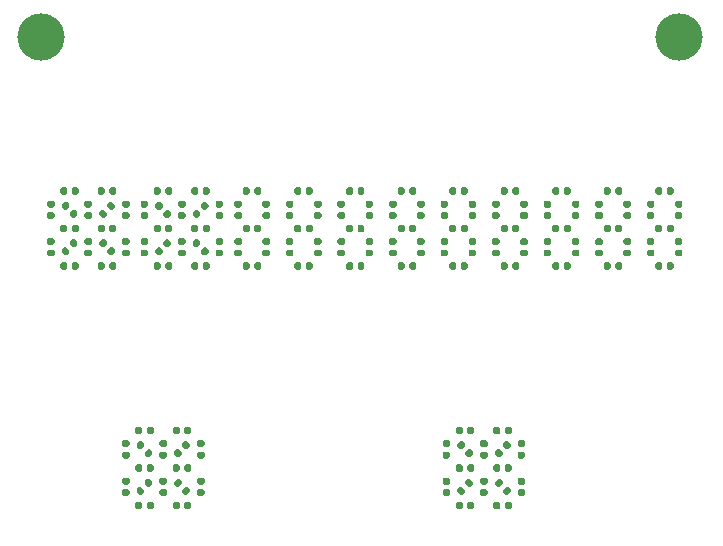
<source format=gbr>
G04 #@! TF.GenerationSoftware,KiCad,Pcbnew,(5.1.9)-1*
G04 #@! TF.CreationDate,2021-05-14T22:58:57-04:00*
G04 #@! TF.ProjectId,Scratch+Com Panelized,53637261-7463-4682-9b43-6f6d2050616e,rev?*
G04 #@! TF.SameCoordinates,Original*
G04 #@! TF.FileFunction,Paste,Top*
G04 #@! TF.FilePolarity,Positive*
%FSLAX46Y46*%
G04 Gerber Fmt 4.6, Leading zero omitted, Abs format (unit mm)*
G04 Created by KiCad (PCBNEW (5.1.9)-1) date 2021-05-14 22:58:57*
%MOMM*%
%LPD*%
G01*
G04 APERTURE LIST*
%ADD10C,4.000000*%
G04 APERTURE END LIST*
D10*
X158000000Y-77000000D03*
X104000000Y-77000000D03*
G36*
G01*
X116108500Y-91467500D02*
X115763500Y-91467500D01*
G75*
G02*
X115616000Y-91320000I0J147500D01*
G01*
X115616000Y-91025000D01*
G75*
G02*
X115763500Y-90877500I147500J0D01*
G01*
X116108500Y-90877500D01*
G75*
G02*
X116256000Y-91025000I0J-147500D01*
G01*
X116256000Y-91320000D01*
G75*
G02*
X116108500Y-91467500I-147500J0D01*
G01*
G37*
G36*
G01*
X116108500Y-92437500D02*
X115763500Y-92437500D01*
G75*
G02*
X115616000Y-92290000I0J147500D01*
G01*
X115616000Y-91995000D01*
G75*
G02*
X115763500Y-91847500I147500J0D01*
G01*
X116108500Y-91847500D01*
G75*
G02*
X116256000Y-91995000I0J-147500D01*
G01*
X116256000Y-92290000D01*
G75*
G02*
X116108500Y-92437500I-147500J0D01*
G01*
G37*
G36*
G01*
X117333500Y-89897500D02*
X117333500Y-90242500D01*
G75*
G02*
X117186000Y-90390000I-147500J0D01*
G01*
X116891000Y-90390000D01*
G75*
G02*
X116743500Y-90242500I0J147500D01*
G01*
X116743500Y-89897500D01*
G75*
G02*
X116891000Y-89750000I147500J0D01*
G01*
X117186000Y-89750000D01*
G75*
G02*
X117333500Y-89897500I0J-147500D01*
G01*
G37*
G36*
G01*
X118303500Y-89897500D02*
X118303500Y-90242500D01*
G75*
G02*
X118156000Y-90390000I-147500J0D01*
G01*
X117861000Y-90390000D01*
G75*
G02*
X117713500Y-90242500I0J147500D01*
G01*
X117713500Y-89897500D01*
G75*
G02*
X117861000Y-89750000I147500J0D01*
G01*
X118156000Y-89750000D01*
G75*
G02*
X118303500Y-89897500I0J-147500D01*
G01*
G37*
G36*
G01*
X114158500Y-96247500D02*
X114158500Y-96592500D01*
G75*
G02*
X114011000Y-96740000I-147500J0D01*
G01*
X113716000Y-96740000D01*
G75*
G02*
X113568500Y-96592500I0J147500D01*
G01*
X113568500Y-96247500D01*
G75*
G02*
X113716000Y-96100000I147500J0D01*
G01*
X114011000Y-96100000D01*
G75*
G02*
X114158500Y-96247500I0J-147500D01*
G01*
G37*
G36*
G01*
X115128500Y-96247500D02*
X115128500Y-96592500D01*
G75*
G02*
X114981000Y-96740000I-147500J0D01*
G01*
X114686000Y-96740000D01*
G75*
G02*
X114538500Y-96592500I0J147500D01*
G01*
X114538500Y-96247500D01*
G75*
G02*
X114686000Y-96100000I147500J0D01*
G01*
X114981000Y-96100000D01*
G75*
G02*
X115128500Y-96247500I0J-147500D01*
G01*
G37*
G36*
G01*
X114092173Y-94844875D02*
X114336125Y-95088827D01*
G75*
G02*
X114336125Y-95297423I-104298J-104298D01*
G01*
X114127529Y-95506019D01*
G75*
G02*
X113918933Y-95506019I-104298J104298D01*
G01*
X113674981Y-95262067D01*
G75*
G02*
X113674981Y-95053471I104298J104298D01*
G01*
X113883577Y-94844875D01*
G75*
G02*
X114092173Y-94844875I104298J-104298D01*
G01*
G37*
G36*
G01*
X114778067Y-94158981D02*
X115022019Y-94402933D01*
G75*
G02*
X115022019Y-94611529I-104298J-104298D01*
G01*
X114813423Y-94820125D01*
G75*
G02*
X114604827Y-94820125I-104298J104298D01*
G01*
X114360875Y-94576173D01*
G75*
G02*
X114360875Y-94367577I104298J104298D01*
G01*
X114569471Y-94158981D01*
G75*
G02*
X114778067Y-94158981I104298J-104298D01*
G01*
G37*
G36*
G01*
X117333500Y-93072500D02*
X117333500Y-93417500D01*
G75*
G02*
X117186000Y-93565000I-147500J0D01*
G01*
X116891000Y-93565000D01*
G75*
G02*
X116743500Y-93417500I0J147500D01*
G01*
X116743500Y-93072500D01*
G75*
G02*
X116891000Y-92925000I147500J0D01*
G01*
X117186000Y-92925000D01*
G75*
G02*
X117333500Y-93072500I0J-147500D01*
G01*
G37*
G36*
G01*
X118303500Y-93072500D02*
X118303500Y-93417500D01*
G75*
G02*
X118156000Y-93565000I-147500J0D01*
G01*
X117861000Y-93565000D01*
G75*
G02*
X117713500Y-93417500I0J147500D01*
G01*
X117713500Y-93072500D01*
G75*
G02*
X117861000Y-92925000I147500J0D01*
G01*
X118156000Y-92925000D01*
G75*
G02*
X118303500Y-93072500I0J-147500D01*
G01*
G37*
G36*
G01*
X117511125Y-94576173D02*
X117267173Y-94820125D01*
G75*
G02*
X117058577Y-94820125I-104298J104298D01*
G01*
X116849981Y-94611529D01*
G75*
G02*
X116849981Y-94402933I104298J104298D01*
G01*
X117093933Y-94158981D01*
G75*
G02*
X117302529Y-94158981I104298J-104298D01*
G01*
X117511125Y-94367577D01*
G75*
G02*
X117511125Y-94576173I-104298J-104298D01*
G01*
G37*
G36*
G01*
X118197019Y-95262067D02*
X117953067Y-95506019D01*
G75*
G02*
X117744471Y-95506019I-104298J104298D01*
G01*
X117535875Y-95297423D01*
G75*
G02*
X117535875Y-95088827I104298J104298D01*
G01*
X117779827Y-94844875D01*
G75*
G02*
X117988423Y-94844875I104298J-104298D01*
G01*
X118197019Y-95053471D01*
G75*
G02*
X118197019Y-95262067I-104298J-104298D01*
G01*
G37*
G36*
G01*
X117267173Y-91669875D02*
X117511125Y-91913827D01*
G75*
G02*
X117511125Y-92122423I-104298J-104298D01*
G01*
X117302529Y-92331019D01*
G75*
G02*
X117093933Y-92331019I-104298J104298D01*
G01*
X116849981Y-92087067D01*
G75*
G02*
X116849981Y-91878471I104298J104298D01*
G01*
X117058577Y-91669875D01*
G75*
G02*
X117267173Y-91669875I104298J-104298D01*
G01*
G37*
G36*
G01*
X117953067Y-90983981D02*
X118197019Y-91227933D01*
G75*
G02*
X118197019Y-91436529I-104298J-104298D01*
G01*
X117988423Y-91645125D01*
G75*
G02*
X117779827Y-91645125I-104298J104298D01*
G01*
X117535875Y-91401173D01*
G75*
G02*
X117535875Y-91192577I104298J104298D01*
G01*
X117744471Y-90983981D01*
G75*
G02*
X117953067Y-90983981I104298J-104298D01*
G01*
G37*
G36*
G01*
X117333500Y-96247500D02*
X117333500Y-96592500D01*
G75*
G02*
X117186000Y-96740000I-147500J0D01*
G01*
X116891000Y-96740000D01*
G75*
G02*
X116743500Y-96592500I0J147500D01*
G01*
X116743500Y-96247500D01*
G75*
G02*
X116891000Y-96100000I147500J0D01*
G01*
X117186000Y-96100000D01*
G75*
G02*
X117333500Y-96247500I0J-147500D01*
G01*
G37*
G36*
G01*
X118303500Y-96247500D02*
X118303500Y-96592500D01*
G75*
G02*
X118156000Y-96740000I-147500J0D01*
G01*
X117861000Y-96740000D01*
G75*
G02*
X117713500Y-96592500I0J147500D01*
G01*
X117713500Y-96247500D01*
G75*
G02*
X117861000Y-96100000I147500J0D01*
G01*
X118156000Y-96100000D01*
G75*
G02*
X118303500Y-96247500I0J-147500D01*
G01*
G37*
G36*
G01*
X119283500Y-91467500D02*
X118938500Y-91467500D01*
G75*
G02*
X118791000Y-91320000I0J147500D01*
G01*
X118791000Y-91025000D01*
G75*
G02*
X118938500Y-90877500I147500J0D01*
G01*
X119283500Y-90877500D01*
G75*
G02*
X119431000Y-91025000I0J-147500D01*
G01*
X119431000Y-91320000D01*
G75*
G02*
X119283500Y-91467500I-147500J0D01*
G01*
G37*
G36*
G01*
X119283500Y-92437500D02*
X118938500Y-92437500D01*
G75*
G02*
X118791000Y-92290000I0J147500D01*
G01*
X118791000Y-91995000D01*
G75*
G02*
X118938500Y-91847500I147500J0D01*
G01*
X119283500Y-91847500D01*
G75*
G02*
X119431000Y-91995000I0J-147500D01*
G01*
X119431000Y-92290000D01*
G75*
G02*
X119283500Y-92437500I-147500J0D01*
G01*
G37*
G36*
G01*
X115763500Y-95022500D02*
X116108500Y-95022500D01*
G75*
G02*
X116256000Y-95170000I0J-147500D01*
G01*
X116256000Y-95465000D01*
G75*
G02*
X116108500Y-95612500I-147500J0D01*
G01*
X115763500Y-95612500D01*
G75*
G02*
X115616000Y-95465000I0J147500D01*
G01*
X115616000Y-95170000D01*
G75*
G02*
X115763500Y-95022500I147500J0D01*
G01*
G37*
G36*
G01*
X115763500Y-94052500D02*
X116108500Y-94052500D01*
G75*
G02*
X116256000Y-94200000I0J-147500D01*
G01*
X116256000Y-94495000D01*
G75*
G02*
X116108500Y-94642500I-147500J0D01*
G01*
X115763500Y-94642500D01*
G75*
G02*
X115616000Y-94495000I0J147500D01*
G01*
X115616000Y-94200000D01*
G75*
G02*
X115763500Y-94052500I147500J0D01*
G01*
G37*
G36*
G01*
X118938500Y-95022500D02*
X119283500Y-95022500D01*
G75*
G02*
X119431000Y-95170000I0J-147500D01*
G01*
X119431000Y-95465000D01*
G75*
G02*
X119283500Y-95612500I-147500J0D01*
G01*
X118938500Y-95612500D01*
G75*
G02*
X118791000Y-95465000I0J147500D01*
G01*
X118791000Y-95170000D01*
G75*
G02*
X118938500Y-95022500I147500J0D01*
G01*
G37*
G36*
G01*
X118938500Y-94052500D02*
X119283500Y-94052500D01*
G75*
G02*
X119431000Y-94200000I0J-147500D01*
G01*
X119431000Y-94495000D01*
G75*
G02*
X119283500Y-94642500I-147500J0D01*
G01*
X118938500Y-94642500D01*
G75*
G02*
X118791000Y-94495000I0J147500D01*
G01*
X118791000Y-94200000D01*
G75*
G02*
X118938500Y-94052500I147500J0D01*
G01*
G37*
G36*
G01*
X112933500Y-91467500D02*
X112588500Y-91467500D01*
G75*
G02*
X112441000Y-91320000I0J147500D01*
G01*
X112441000Y-91025000D01*
G75*
G02*
X112588500Y-90877500I147500J0D01*
G01*
X112933500Y-90877500D01*
G75*
G02*
X113081000Y-91025000I0J-147500D01*
G01*
X113081000Y-91320000D01*
G75*
G02*
X112933500Y-91467500I-147500J0D01*
G01*
G37*
G36*
G01*
X112933500Y-92437500D02*
X112588500Y-92437500D01*
G75*
G02*
X112441000Y-92290000I0J147500D01*
G01*
X112441000Y-91995000D01*
G75*
G02*
X112588500Y-91847500I147500J0D01*
G01*
X112933500Y-91847500D01*
G75*
G02*
X113081000Y-91995000I0J-147500D01*
G01*
X113081000Y-92290000D01*
G75*
G02*
X112933500Y-92437500I-147500J0D01*
G01*
G37*
G36*
G01*
X114158500Y-89897500D02*
X114158500Y-90242500D01*
G75*
G02*
X114011000Y-90390000I-147500J0D01*
G01*
X113716000Y-90390000D01*
G75*
G02*
X113568500Y-90242500I0J147500D01*
G01*
X113568500Y-89897500D01*
G75*
G02*
X113716000Y-89750000I147500J0D01*
G01*
X114011000Y-89750000D01*
G75*
G02*
X114158500Y-89897500I0J-147500D01*
G01*
G37*
G36*
G01*
X115128500Y-89897500D02*
X115128500Y-90242500D01*
G75*
G02*
X114981000Y-90390000I-147500J0D01*
G01*
X114686000Y-90390000D01*
G75*
G02*
X114538500Y-90242500I0J147500D01*
G01*
X114538500Y-89897500D01*
G75*
G02*
X114686000Y-89750000I147500J0D01*
G01*
X114981000Y-89750000D01*
G75*
G02*
X115128500Y-89897500I0J-147500D01*
G01*
G37*
G36*
G01*
X114158500Y-93072500D02*
X114158500Y-93417500D01*
G75*
G02*
X114011000Y-93565000I-147500J0D01*
G01*
X113716000Y-93565000D01*
G75*
G02*
X113568500Y-93417500I0J147500D01*
G01*
X113568500Y-93072500D01*
G75*
G02*
X113716000Y-92925000I147500J0D01*
G01*
X114011000Y-92925000D01*
G75*
G02*
X114158500Y-93072500I0J-147500D01*
G01*
G37*
G36*
G01*
X115128500Y-93072500D02*
X115128500Y-93417500D01*
G75*
G02*
X114981000Y-93565000I-147500J0D01*
G01*
X114686000Y-93565000D01*
G75*
G02*
X114538500Y-93417500I0J147500D01*
G01*
X114538500Y-93072500D01*
G75*
G02*
X114686000Y-92925000I147500J0D01*
G01*
X114981000Y-92925000D01*
G75*
G02*
X115128500Y-93072500I0J-147500D01*
G01*
G37*
G36*
G01*
X114336125Y-91401173D02*
X114092173Y-91645125D01*
G75*
G02*
X113883577Y-91645125I-104298J104298D01*
G01*
X113674981Y-91436529D01*
G75*
G02*
X113674981Y-91227933I104298J104298D01*
G01*
X113918933Y-90983981D01*
G75*
G02*
X114127529Y-90983981I104298J-104298D01*
G01*
X114336125Y-91192577D01*
G75*
G02*
X114336125Y-91401173I-104298J-104298D01*
G01*
G37*
G36*
G01*
X115022019Y-92087067D02*
X114778067Y-92331019D01*
G75*
G02*
X114569471Y-92331019I-104298J104298D01*
G01*
X114360875Y-92122423D01*
G75*
G02*
X114360875Y-91913827I104298J104298D01*
G01*
X114604827Y-91669875D01*
G75*
G02*
X114813423Y-91669875I104298J-104298D01*
G01*
X115022019Y-91878471D01*
G75*
G02*
X115022019Y-92087067I-104298J-104298D01*
G01*
G37*
G36*
G01*
X112588500Y-95022500D02*
X112933500Y-95022500D01*
G75*
G02*
X113081000Y-95170000I0J-147500D01*
G01*
X113081000Y-95465000D01*
G75*
G02*
X112933500Y-95612500I-147500J0D01*
G01*
X112588500Y-95612500D01*
G75*
G02*
X112441000Y-95465000I0J147500D01*
G01*
X112441000Y-95170000D01*
G75*
G02*
X112588500Y-95022500I147500J0D01*
G01*
G37*
G36*
G01*
X112588500Y-94052500D02*
X112933500Y-94052500D01*
G75*
G02*
X113081000Y-94200000I0J-147500D01*
G01*
X113081000Y-94495000D01*
G75*
G02*
X112933500Y-94642500I-147500J0D01*
G01*
X112588500Y-94642500D01*
G75*
G02*
X112441000Y-94495000I0J147500D01*
G01*
X112441000Y-94200000D01*
G75*
G02*
X112588500Y-94052500I147500J0D01*
G01*
G37*
G36*
G01*
X109343673Y-91669375D02*
X109587625Y-91913327D01*
G75*
G02*
X109587625Y-92121923I-104298J-104298D01*
G01*
X109379029Y-92330519D01*
G75*
G02*
X109170433Y-92330519I-104298J104298D01*
G01*
X108926481Y-92086567D01*
G75*
G02*
X108926481Y-91877971I104298J104298D01*
G01*
X109135077Y-91669375D01*
G75*
G02*
X109343673Y-91669375I104298J-104298D01*
G01*
G37*
G36*
G01*
X110029567Y-90983481D02*
X110273519Y-91227433D01*
G75*
G02*
X110273519Y-91436029I-104298J-104298D01*
G01*
X110064923Y-91644625D01*
G75*
G02*
X109856327Y-91644625I-104298J104298D01*
G01*
X109612375Y-91400673D01*
G75*
G02*
X109612375Y-91192077I104298J104298D01*
G01*
X109820971Y-90983481D01*
G75*
G02*
X110029567Y-90983481I104298J-104298D01*
G01*
G37*
G36*
G01*
X106412625Y-91400673D02*
X106168673Y-91644625D01*
G75*
G02*
X105960077Y-91644625I-104298J104298D01*
G01*
X105751481Y-91436029D01*
G75*
G02*
X105751481Y-91227433I104298J104298D01*
G01*
X105995433Y-90983481D01*
G75*
G02*
X106204029Y-90983481I104298J-104298D01*
G01*
X106412625Y-91192077D01*
G75*
G02*
X106412625Y-91400673I-104298J-104298D01*
G01*
G37*
G36*
G01*
X107098519Y-92086567D02*
X106854567Y-92330519D01*
G75*
G02*
X106645971Y-92330519I-104298J104298D01*
G01*
X106437375Y-92121923D01*
G75*
G02*
X106437375Y-91913327I104298J104298D01*
G01*
X106681327Y-91669375D01*
G75*
G02*
X106889923Y-91669375I104298J-104298D01*
G01*
X107098519Y-91877971D01*
G75*
G02*
X107098519Y-92086567I-104298J-104298D01*
G01*
G37*
G36*
G01*
X109587625Y-94575673D02*
X109343673Y-94819625D01*
G75*
G02*
X109135077Y-94819625I-104298J104298D01*
G01*
X108926481Y-94611029D01*
G75*
G02*
X108926481Y-94402433I104298J104298D01*
G01*
X109170433Y-94158481D01*
G75*
G02*
X109379029Y-94158481I104298J-104298D01*
G01*
X109587625Y-94367077D01*
G75*
G02*
X109587625Y-94575673I-104298J-104298D01*
G01*
G37*
G36*
G01*
X110273519Y-95261567D02*
X110029567Y-95505519D01*
G75*
G02*
X109820971Y-95505519I-104298J104298D01*
G01*
X109612375Y-95296923D01*
G75*
G02*
X109612375Y-95088327I104298J104298D01*
G01*
X109856327Y-94844375D01*
G75*
G02*
X110064923Y-94844375I104298J-104298D01*
G01*
X110273519Y-95052971D01*
G75*
G02*
X110273519Y-95261567I-104298J-104298D01*
G01*
G37*
G36*
G01*
X109410000Y-89897000D02*
X109410000Y-90242000D01*
G75*
G02*
X109262500Y-90389500I-147500J0D01*
G01*
X108967500Y-90389500D01*
G75*
G02*
X108820000Y-90242000I0J147500D01*
G01*
X108820000Y-89897000D01*
G75*
G02*
X108967500Y-89749500I147500J0D01*
G01*
X109262500Y-89749500D01*
G75*
G02*
X109410000Y-89897000I0J-147500D01*
G01*
G37*
G36*
G01*
X110380000Y-89897000D02*
X110380000Y-90242000D01*
G75*
G02*
X110232500Y-90389500I-147500J0D01*
G01*
X109937500Y-90389500D01*
G75*
G02*
X109790000Y-90242000I0J147500D01*
G01*
X109790000Y-89897000D01*
G75*
G02*
X109937500Y-89749500I147500J0D01*
G01*
X110232500Y-89749500D01*
G75*
G02*
X110380000Y-89897000I0J-147500D01*
G01*
G37*
G36*
G01*
X109410000Y-93072000D02*
X109410000Y-93417000D01*
G75*
G02*
X109262500Y-93564500I-147500J0D01*
G01*
X108967500Y-93564500D01*
G75*
G02*
X108820000Y-93417000I0J147500D01*
G01*
X108820000Y-93072000D01*
G75*
G02*
X108967500Y-92924500I147500J0D01*
G01*
X109262500Y-92924500D01*
G75*
G02*
X109410000Y-93072000I0J-147500D01*
G01*
G37*
G36*
G01*
X110380000Y-93072000D02*
X110380000Y-93417000D01*
G75*
G02*
X110232500Y-93564500I-147500J0D01*
G01*
X109937500Y-93564500D01*
G75*
G02*
X109790000Y-93417000I0J147500D01*
G01*
X109790000Y-93072000D01*
G75*
G02*
X109937500Y-92924500I147500J0D01*
G01*
X110232500Y-92924500D01*
G75*
G02*
X110380000Y-93072000I0J-147500D01*
G01*
G37*
G36*
G01*
X107840000Y-95022000D02*
X108185000Y-95022000D01*
G75*
G02*
X108332500Y-95169500I0J-147500D01*
G01*
X108332500Y-95464500D01*
G75*
G02*
X108185000Y-95612000I-147500J0D01*
G01*
X107840000Y-95612000D01*
G75*
G02*
X107692500Y-95464500I0J147500D01*
G01*
X107692500Y-95169500D01*
G75*
G02*
X107840000Y-95022000I147500J0D01*
G01*
G37*
G36*
G01*
X107840000Y-94052000D02*
X108185000Y-94052000D01*
G75*
G02*
X108332500Y-94199500I0J-147500D01*
G01*
X108332500Y-94494500D01*
G75*
G02*
X108185000Y-94642000I-147500J0D01*
G01*
X107840000Y-94642000D01*
G75*
G02*
X107692500Y-94494500I0J147500D01*
G01*
X107692500Y-94199500D01*
G75*
G02*
X107840000Y-94052000I147500J0D01*
G01*
G37*
G36*
G01*
X106235000Y-93072000D02*
X106235000Y-93417000D01*
G75*
G02*
X106087500Y-93564500I-147500J0D01*
G01*
X105792500Y-93564500D01*
G75*
G02*
X105645000Y-93417000I0J147500D01*
G01*
X105645000Y-93072000D01*
G75*
G02*
X105792500Y-92924500I147500J0D01*
G01*
X106087500Y-92924500D01*
G75*
G02*
X106235000Y-93072000I0J-147500D01*
G01*
G37*
G36*
G01*
X107205000Y-93072000D02*
X107205000Y-93417000D01*
G75*
G02*
X107057500Y-93564500I-147500J0D01*
G01*
X106762500Y-93564500D01*
G75*
G02*
X106615000Y-93417000I0J147500D01*
G01*
X106615000Y-93072000D01*
G75*
G02*
X106762500Y-92924500I147500J0D01*
G01*
X107057500Y-92924500D01*
G75*
G02*
X107205000Y-93072000I0J-147500D01*
G01*
G37*
G36*
G01*
X106235000Y-96247000D02*
X106235000Y-96592000D01*
G75*
G02*
X106087500Y-96739500I-147500J0D01*
G01*
X105792500Y-96739500D01*
G75*
G02*
X105645000Y-96592000I0J147500D01*
G01*
X105645000Y-96247000D01*
G75*
G02*
X105792500Y-96099500I147500J0D01*
G01*
X106087500Y-96099500D01*
G75*
G02*
X106235000Y-96247000I0J-147500D01*
G01*
G37*
G36*
G01*
X107205000Y-96247000D02*
X107205000Y-96592000D01*
G75*
G02*
X107057500Y-96739500I-147500J0D01*
G01*
X106762500Y-96739500D01*
G75*
G02*
X106615000Y-96592000I0J147500D01*
G01*
X106615000Y-96247000D01*
G75*
G02*
X106762500Y-96099500I147500J0D01*
G01*
X107057500Y-96099500D01*
G75*
G02*
X107205000Y-96247000I0J-147500D01*
G01*
G37*
G36*
G01*
X111360000Y-91467000D02*
X111015000Y-91467000D01*
G75*
G02*
X110867500Y-91319500I0J147500D01*
G01*
X110867500Y-91024500D01*
G75*
G02*
X111015000Y-90877000I147500J0D01*
G01*
X111360000Y-90877000D01*
G75*
G02*
X111507500Y-91024500I0J-147500D01*
G01*
X111507500Y-91319500D01*
G75*
G02*
X111360000Y-91467000I-147500J0D01*
G01*
G37*
G36*
G01*
X111360000Y-92437000D02*
X111015000Y-92437000D01*
G75*
G02*
X110867500Y-92289500I0J147500D01*
G01*
X110867500Y-91994500D01*
G75*
G02*
X111015000Y-91847000I147500J0D01*
G01*
X111360000Y-91847000D01*
G75*
G02*
X111507500Y-91994500I0J-147500D01*
G01*
X111507500Y-92289500D01*
G75*
G02*
X111360000Y-92437000I-147500J0D01*
G01*
G37*
G36*
G01*
X106168673Y-94844375D02*
X106412625Y-95088327D01*
G75*
G02*
X106412625Y-95296923I-104298J-104298D01*
G01*
X106204029Y-95505519D01*
G75*
G02*
X105995433Y-95505519I-104298J104298D01*
G01*
X105751481Y-95261567D01*
G75*
G02*
X105751481Y-95052971I104298J104298D01*
G01*
X105960077Y-94844375D01*
G75*
G02*
X106168673Y-94844375I104298J-104298D01*
G01*
G37*
G36*
G01*
X106854567Y-94158481D02*
X107098519Y-94402433D01*
G75*
G02*
X107098519Y-94611029I-104298J-104298D01*
G01*
X106889923Y-94819625D01*
G75*
G02*
X106681327Y-94819625I-104298J104298D01*
G01*
X106437375Y-94575673D01*
G75*
G02*
X106437375Y-94367077I104298J104298D01*
G01*
X106645971Y-94158481D01*
G75*
G02*
X106854567Y-94158481I104298J-104298D01*
G01*
G37*
G36*
G01*
X111015000Y-95022000D02*
X111360000Y-95022000D01*
G75*
G02*
X111507500Y-95169500I0J-147500D01*
G01*
X111507500Y-95464500D01*
G75*
G02*
X111360000Y-95612000I-147500J0D01*
G01*
X111015000Y-95612000D01*
G75*
G02*
X110867500Y-95464500I0J147500D01*
G01*
X110867500Y-95169500D01*
G75*
G02*
X111015000Y-95022000I147500J0D01*
G01*
G37*
G36*
G01*
X111015000Y-94052000D02*
X111360000Y-94052000D01*
G75*
G02*
X111507500Y-94199500I0J-147500D01*
G01*
X111507500Y-94494500D01*
G75*
G02*
X111360000Y-94642000I-147500J0D01*
G01*
X111015000Y-94642000D01*
G75*
G02*
X110867500Y-94494500I0J147500D01*
G01*
X110867500Y-94199500D01*
G75*
G02*
X111015000Y-94052000I147500J0D01*
G01*
G37*
G36*
G01*
X108185000Y-91467000D02*
X107840000Y-91467000D01*
G75*
G02*
X107692500Y-91319500I0J147500D01*
G01*
X107692500Y-91024500D01*
G75*
G02*
X107840000Y-90877000I147500J0D01*
G01*
X108185000Y-90877000D01*
G75*
G02*
X108332500Y-91024500I0J-147500D01*
G01*
X108332500Y-91319500D01*
G75*
G02*
X108185000Y-91467000I-147500J0D01*
G01*
G37*
G36*
G01*
X108185000Y-92437000D02*
X107840000Y-92437000D01*
G75*
G02*
X107692500Y-92289500I0J147500D01*
G01*
X107692500Y-91994500D01*
G75*
G02*
X107840000Y-91847000I147500J0D01*
G01*
X108185000Y-91847000D01*
G75*
G02*
X108332500Y-91994500I0J-147500D01*
G01*
X108332500Y-92289500D01*
G75*
G02*
X108185000Y-92437000I-147500J0D01*
G01*
G37*
G36*
G01*
X109410000Y-96247000D02*
X109410000Y-96592000D01*
G75*
G02*
X109262500Y-96739500I-147500J0D01*
G01*
X108967500Y-96739500D01*
G75*
G02*
X108820000Y-96592000I0J147500D01*
G01*
X108820000Y-96247000D01*
G75*
G02*
X108967500Y-96099500I147500J0D01*
G01*
X109262500Y-96099500D01*
G75*
G02*
X109410000Y-96247000I0J-147500D01*
G01*
G37*
G36*
G01*
X110380000Y-96247000D02*
X110380000Y-96592000D01*
G75*
G02*
X110232500Y-96739500I-147500J0D01*
G01*
X109937500Y-96739500D01*
G75*
G02*
X109790000Y-96592000I0J147500D01*
G01*
X109790000Y-96247000D01*
G75*
G02*
X109937500Y-96099500I147500J0D01*
G01*
X110232500Y-96099500D01*
G75*
G02*
X110380000Y-96247000I0J-147500D01*
G01*
G37*
G36*
G01*
X106235000Y-89897000D02*
X106235000Y-90242000D01*
G75*
G02*
X106087500Y-90389500I-147500J0D01*
G01*
X105792500Y-90389500D01*
G75*
G02*
X105645000Y-90242000I0J147500D01*
G01*
X105645000Y-89897000D01*
G75*
G02*
X105792500Y-89749500I147500J0D01*
G01*
X106087500Y-89749500D01*
G75*
G02*
X106235000Y-89897000I0J-147500D01*
G01*
G37*
G36*
G01*
X107205000Y-89897000D02*
X107205000Y-90242000D01*
G75*
G02*
X107057500Y-90389500I-147500J0D01*
G01*
X106762500Y-90389500D01*
G75*
G02*
X106615000Y-90242000I0J147500D01*
G01*
X106615000Y-89897000D01*
G75*
G02*
X106762500Y-89749500I147500J0D01*
G01*
X107057500Y-89749500D01*
G75*
G02*
X107205000Y-89897000I0J-147500D01*
G01*
G37*
G36*
G01*
X104665000Y-95022000D02*
X105010000Y-95022000D01*
G75*
G02*
X105157500Y-95169500I0J-147500D01*
G01*
X105157500Y-95464500D01*
G75*
G02*
X105010000Y-95612000I-147500J0D01*
G01*
X104665000Y-95612000D01*
G75*
G02*
X104517500Y-95464500I0J147500D01*
G01*
X104517500Y-95169500D01*
G75*
G02*
X104665000Y-95022000I147500J0D01*
G01*
G37*
G36*
G01*
X104665000Y-94052000D02*
X105010000Y-94052000D01*
G75*
G02*
X105157500Y-94199500I0J-147500D01*
G01*
X105157500Y-94494500D01*
G75*
G02*
X105010000Y-94642000I-147500J0D01*
G01*
X104665000Y-94642000D01*
G75*
G02*
X104517500Y-94494500I0J147500D01*
G01*
X104517500Y-94199500D01*
G75*
G02*
X104665000Y-94052000I147500J0D01*
G01*
G37*
G36*
G01*
X105010000Y-91467000D02*
X104665000Y-91467000D01*
G75*
G02*
X104517500Y-91319500I0J147500D01*
G01*
X104517500Y-91024500D01*
G75*
G02*
X104665000Y-90877000I147500J0D01*
G01*
X105010000Y-90877000D01*
G75*
G02*
X105157500Y-91024500I0J-147500D01*
G01*
X105157500Y-91319500D01*
G75*
G02*
X105010000Y-91467000I-147500J0D01*
G01*
G37*
G36*
G01*
X105010000Y-92437000D02*
X104665000Y-92437000D01*
G75*
G02*
X104517500Y-92289500I0J147500D01*
G01*
X104517500Y-91994500D01*
G75*
G02*
X104665000Y-91847000I147500J0D01*
G01*
X105010000Y-91847000D01*
G75*
G02*
X105157500Y-91994500I0J-147500D01*
G01*
X105157500Y-92289500D01*
G75*
G02*
X105010000Y-92437000I-147500J0D01*
G01*
G37*
G36*
G01*
X122079125Y-90242500D02*
X122079125Y-89897500D01*
G75*
G02*
X122226625Y-89750000I147500J0D01*
G01*
X122521625Y-89750000D01*
G75*
G02*
X122669125Y-89897500I0J-147500D01*
G01*
X122669125Y-90242500D01*
G75*
G02*
X122521625Y-90390000I-147500J0D01*
G01*
X122226625Y-90390000D01*
G75*
G02*
X122079125Y-90242500I0J147500D01*
G01*
G37*
G36*
G01*
X121109125Y-90242500D02*
X121109125Y-89897500D01*
G75*
G02*
X121256625Y-89750000I147500J0D01*
G01*
X121551625Y-89750000D01*
G75*
G02*
X121699125Y-89897500I0J-147500D01*
G01*
X121699125Y-90242500D01*
G75*
G02*
X121551625Y-90390000I-147500J0D01*
G01*
X121256625Y-90390000D01*
G75*
G02*
X121109125Y-90242500I0J147500D01*
G01*
G37*
G36*
G01*
X122907250Y-91847500D02*
X123252250Y-91847500D01*
G75*
G02*
X123399750Y-91995000I0J-147500D01*
G01*
X123399750Y-92290000D01*
G75*
G02*
X123252250Y-92437500I-147500J0D01*
G01*
X122907250Y-92437500D01*
G75*
G02*
X122759750Y-92290000I0J147500D01*
G01*
X122759750Y-91995000D01*
G75*
G02*
X122907250Y-91847500I147500J0D01*
G01*
G37*
G36*
G01*
X122907250Y-90877500D02*
X123252250Y-90877500D01*
G75*
G02*
X123399750Y-91025000I0J-147500D01*
G01*
X123399750Y-91320000D01*
G75*
G02*
X123252250Y-91467500I-147500J0D01*
G01*
X122907250Y-91467500D01*
G75*
G02*
X122759750Y-91320000I0J147500D01*
G01*
X122759750Y-91025000D01*
G75*
G02*
X122907250Y-90877500I147500J0D01*
G01*
G37*
G36*
G01*
X122907250Y-95022500D02*
X123252250Y-95022500D01*
G75*
G02*
X123399750Y-95170000I0J-147500D01*
G01*
X123399750Y-95465000D01*
G75*
G02*
X123252250Y-95612500I-147500J0D01*
G01*
X122907250Y-95612500D01*
G75*
G02*
X122759750Y-95465000I0J147500D01*
G01*
X122759750Y-95170000D01*
G75*
G02*
X122907250Y-95022500I147500J0D01*
G01*
G37*
G36*
G01*
X122907250Y-94052500D02*
X123252250Y-94052500D01*
G75*
G02*
X123399750Y-94200000I0J-147500D01*
G01*
X123399750Y-94495000D01*
G75*
G02*
X123252250Y-94642500I-147500J0D01*
G01*
X122907250Y-94642500D01*
G75*
G02*
X122759750Y-94495000I0J147500D01*
G01*
X122759750Y-94200000D01*
G75*
G02*
X122907250Y-94052500I147500J0D01*
G01*
G37*
G36*
G01*
X122079125Y-96592500D02*
X122079125Y-96247500D01*
G75*
G02*
X122226625Y-96100000I147500J0D01*
G01*
X122521625Y-96100000D01*
G75*
G02*
X122669125Y-96247500I0J-147500D01*
G01*
X122669125Y-96592500D01*
G75*
G02*
X122521625Y-96740000I-147500J0D01*
G01*
X122226625Y-96740000D01*
G75*
G02*
X122079125Y-96592500I0J147500D01*
G01*
G37*
G36*
G01*
X121109125Y-96592500D02*
X121109125Y-96247500D01*
G75*
G02*
X121256625Y-96100000I147500J0D01*
G01*
X121551625Y-96100000D01*
G75*
G02*
X121699125Y-96247500I0J-147500D01*
G01*
X121699125Y-96592500D01*
G75*
G02*
X121551625Y-96740000I-147500J0D01*
G01*
X121256625Y-96740000D01*
G75*
G02*
X121109125Y-96592500I0J147500D01*
G01*
G37*
G36*
G01*
X120526000Y-95022500D02*
X120871000Y-95022500D01*
G75*
G02*
X121018500Y-95170000I0J-147500D01*
G01*
X121018500Y-95465000D01*
G75*
G02*
X120871000Y-95612500I-147500J0D01*
G01*
X120526000Y-95612500D01*
G75*
G02*
X120378500Y-95465000I0J147500D01*
G01*
X120378500Y-95170000D01*
G75*
G02*
X120526000Y-95022500I147500J0D01*
G01*
G37*
G36*
G01*
X120526000Y-94052500D02*
X120871000Y-94052500D01*
G75*
G02*
X121018500Y-94200000I0J-147500D01*
G01*
X121018500Y-94495000D01*
G75*
G02*
X120871000Y-94642500I-147500J0D01*
G01*
X120526000Y-94642500D01*
G75*
G02*
X120378500Y-94495000I0J147500D01*
G01*
X120378500Y-94200000D01*
G75*
G02*
X120526000Y-94052500I147500J0D01*
G01*
G37*
G36*
G01*
X120526000Y-91847500D02*
X120871000Y-91847500D01*
G75*
G02*
X121018500Y-91995000I0J-147500D01*
G01*
X121018500Y-92290000D01*
G75*
G02*
X120871000Y-92437500I-147500J0D01*
G01*
X120526000Y-92437500D01*
G75*
G02*
X120378500Y-92290000I0J147500D01*
G01*
X120378500Y-91995000D01*
G75*
G02*
X120526000Y-91847500I147500J0D01*
G01*
G37*
G36*
G01*
X120526000Y-90877500D02*
X120871000Y-90877500D01*
G75*
G02*
X121018500Y-91025000I0J-147500D01*
G01*
X121018500Y-91320000D01*
G75*
G02*
X120871000Y-91467500I-147500J0D01*
G01*
X120526000Y-91467500D01*
G75*
G02*
X120378500Y-91320000I0J147500D01*
G01*
X120378500Y-91025000D01*
G75*
G02*
X120526000Y-90877500I147500J0D01*
G01*
G37*
G36*
G01*
X121699125Y-93072500D02*
X121699125Y-93417500D01*
G75*
G02*
X121551625Y-93565000I-147500J0D01*
G01*
X121256625Y-93565000D01*
G75*
G02*
X121109125Y-93417500I0J147500D01*
G01*
X121109125Y-93072500D01*
G75*
G02*
X121256625Y-92925000I147500J0D01*
G01*
X121551625Y-92925000D01*
G75*
G02*
X121699125Y-93072500I0J-147500D01*
G01*
G37*
G36*
G01*
X122669125Y-93072500D02*
X122669125Y-93417500D01*
G75*
G02*
X122521625Y-93565000I-147500J0D01*
G01*
X122226625Y-93565000D01*
G75*
G02*
X122079125Y-93417500I0J147500D01*
G01*
X122079125Y-93072500D01*
G75*
G02*
X122226625Y-92925000I147500J0D01*
G01*
X122521625Y-92925000D01*
G75*
G02*
X122669125Y-93072500I0J-147500D01*
G01*
G37*
G36*
G01*
X126444750Y-90242500D02*
X126444750Y-89897500D01*
G75*
G02*
X126592250Y-89750000I147500J0D01*
G01*
X126887250Y-89750000D01*
G75*
G02*
X127034750Y-89897500I0J-147500D01*
G01*
X127034750Y-90242500D01*
G75*
G02*
X126887250Y-90390000I-147500J0D01*
G01*
X126592250Y-90390000D01*
G75*
G02*
X126444750Y-90242500I0J147500D01*
G01*
G37*
G36*
G01*
X125474750Y-90242500D02*
X125474750Y-89897500D01*
G75*
G02*
X125622250Y-89750000I147500J0D01*
G01*
X125917250Y-89750000D01*
G75*
G02*
X126064750Y-89897500I0J-147500D01*
G01*
X126064750Y-90242500D01*
G75*
G02*
X125917250Y-90390000I-147500J0D01*
G01*
X125622250Y-90390000D01*
G75*
G02*
X125474750Y-90242500I0J147500D01*
G01*
G37*
G36*
G01*
X127272875Y-91847500D02*
X127617875Y-91847500D01*
G75*
G02*
X127765375Y-91995000I0J-147500D01*
G01*
X127765375Y-92290000D01*
G75*
G02*
X127617875Y-92437500I-147500J0D01*
G01*
X127272875Y-92437500D01*
G75*
G02*
X127125375Y-92290000I0J147500D01*
G01*
X127125375Y-91995000D01*
G75*
G02*
X127272875Y-91847500I147500J0D01*
G01*
G37*
G36*
G01*
X127272875Y-90877500D02*
X127617875Y-90877500D01*
G75*
G02*
X127765375Y-91025000I0J-147500D01*
G01*
X127765375Y-91320000D01*
G75*
G02*
X127617875Y-91467500I-147500J0D01*
G01*
X127272875Y-91467500D01*
G75*
G02*
X127125375Y-91320000I0J147500D01*
G01*
X127125375Y-91025000D01*
G75*
G02*
X127272875Y-90877500I147500J0D01*
G01*
G37*
G36*
G01*
X127272875Y-95022500D02*
X127617875Y-95022500D01*
G75*
G02*
X127765375Y-95170000I0J-147500D01*
G01*
X127765375Y-95465000D01*
G75*
G02*
X127617875Y-95612500I-147500J0D01*
G01*
X127272875Y-95612500D01*
G75*
G02*
X127125375Y-95465000I0J147500D01*
G01*
X127125375Y-95170000D01*
G75*
G02*
X127272875Y-95022500I147500J0D01*
G01*
G37*
G36*
G01*
X127272875Y-94052500D02*
X127617875Y-94052500D01*
G75*
G02*
X127765375Y-94200000I0J-147500D01*
G01*
X127765375Y-94495000D01*
G75*
G02*
X127617875Y-94642500I-147500J0D01*
G01*
X127272875Y-94642500D01*
G75*
G02*
X127125375Y-94495000I0J147500D01*
G01*
X127125375Y-94200000D01*
G75*
G02*
X127272875Y-94052500I147500J0D01*
G01*
G37*
G36*
G01*
X126444750Y-96592500D02*
X126444750Y-96247500D01*
G75*
G02*
X126592250Y-96100000I147500J0D01*
G01*
X126887250Y-96100000D01*
G75*
G02*
X127034750Y-96247500I0J-147500D01*
G01*
X127034750Y-96592500D01*
G75*
G02*
X126887250Y-96740000I-147500J0D01*
G01*
X126592250Y-96740000D01*
G75*
G02*
X126444750Y-96592500I0J147500D01*
G01*
G37*
G36*
G01*
X125474750Y-96592500D02*
X125474750Y-96247500D01*
G75*
G02*
X125622250Y-96100000I147500J0D01*
G01*
X125917250Y-96100000D01*
G75*
G02*
X126064750Y-96247500I0J-147500D01*
G01*
X126064750Y-96592500D01*
G75*
G02*
X125917250Y-96740000I-147500J0D01*
G01*
X125622250Y-96740000D01*
G75*
G02*
X125474750Y-96592500I0J147500D01*
G01*
G37*
G36*
G01*
X124891625Y-95022500D02*
X125236625Y-95022500D01*
G75*
G02*
X125384125Y-95170000I0J-147500D01*
G01*
X125384125Y-95465000D01*
G75*
G02*
X125236625Y-95612500I-147500J0D01*
G01*
X124891625Y-95612500D01*
G75*
G02*
X124744125Y-95465000I0J147500D01*
G01*
X124744125Y-95170000D01*
G75*
G02*
X124891625Y-95022500I147500J0D01*
G01*
G37*
G36*
G01*
X124891625Y-94052500D02*
X125236625Y-94052500D01*
G75*
G02*
X125384125Y-94200000I0J-147500D01*
G01*
X125384125Y-94495000D01*
G75*
G02*
X125236625Y-94642500I-147500J0D01*
G01*
X124891625Y-94642500D01*
G75*
G02*
X124744125Y-94495000I0J147500D01*
G01*
X124744125Y-94200000D01*
G75*
G02*
X124891625Y-94052500I147500J0D01*
G01*
G37*
G36*
G01*
X124891625Y-91847500D02*
X125236625Y-91847500D01*
G75*
G02*
X125384125Y-91995000I0J-147500D01*
G01*
X125384125Y-92290000D01*
G75*
G02*
X125236625Y-92437500I-147500J0D01*
G01*
X124891625Y-92437500D01*
G75*
G02*
X124744125Y-92290000I0J147500D01*
G01*
X124744125Y-91995000D01*
G75*
G02*
X124891625Y-91847500I147500J0D01*
G01*
G37*
G36*
G01*
X124891625Y-90877500D02*
X125236625Y-90877500D01*
G75*
G02*
X125384125Y-91025000I0J-147500D01*
G01*
X125384125Y-91320000D01*
G75*
G02*
X125236625Y-91467500I-147500J0D01*
G01*
X124891625Y-91467500D01*
G75*
G02*
X124744125Y-91320000I0J147500D01*
G01*
X124744125Y-91025000D01*
G75*
G02*
X124891625Y-90877500I147500J0D01*
G01*
G37*
G36*
G01*
X126064750Y-93072500D02*
X126064750Y-93417500D01*
G75*
G02*
X125917250Y-93565000I-147500J0D01*
G01*
X125622250Y-93565000D01*
G75*
G02*
X125474750Y-93417500I0J147500D01*
G01*
X125474750Y-93072500D01*
G75*
G02*
X125622250Y-92925000I147500J0D01*
G01*
X125917250Y-92925000D01*
G75*
G02*
X126064750Y-93072500I0J-147500D01*
G01*
G37*
G36*
G01*
X127034750Y-93072500D02*
X127034750Y-93417500D01*
G75*
G02*
X126887250Y-93565000I-147500J0D01*
G01*
X126592250Y-93565000D01*
G75*
G02*
X126444750Y-93417500I0J147500D01*
G01*
X126444750Y-93072500D01*
G75*
G02*
X126592250Y-92925000I147500J0D01*
G01*
X126887250Y-92925000D01*
G75*
G02*
X127034750Y-93072500I0J-147500D01*
G01*
G37*
G36*
G01*
X130810375Y-90242500D02*
X130810375Y-89897500D01*
G75*
G02*
X130957875Y-89750000I147500J0D01*
G01*
X131252875Y-89750000D01*
G75*
G02*
X131400375Y-89897500I0J-147500D01*
G01*
X131400375Y-90242500D01*
G75*
G02*
X131252875Y-90390000I-147500J0D01*
G01*
X130957875Y-90390000D01*
G75*
G02*
X130810375Y-90242500I0J147500D01*
G01*
G37*
G36*
G01*
X129840375Y-90242500D02*
X129840375Y-89897500D01*
G75*
G02*
X129987875Y-89750000I147500J0D01*
G01*
X130282875Y-89750000D01*
G75*
G02*
X130430375Y-89897500I0J-147500D01*
G01*
X130430375Y-90242500D01*
G75*
G02*
X130282875Y-90390000I-147500J0D01*
G01*
X129987875Y-90390000D01*
G75*
G02*
X129840375Y-90242500I0J147500D01*
G01*
G37*
G36*
G01*
X131638500Y-91847500D02*
X131983500Y-91847500D01*
G75*
G02*
X132131000Y-91995000I0J-147500D01*
G01*
X132131000Y-92290000D01*
G75*
G02*
X131983500Y-92437500I-147500J0D01*
G01*
X131638500Y-92437500D01*
G75*
G02*
X131491000Y-92290000I0J147500D01*
G01*
X131491000Y-91995000D01*
G75*
G02*
X131638500Y-91847500I147500J0D01*
G01*
G37*
G36*
G01*
X131638500Y-90877500D02*
X131983500Y-90877500D01*
G75*
G02*
X132131000Y-91025000I0J-147500D01*
G01*
X132131000Y-91320000D01*
G75*
G02*
X131983500Y-91467500I-147500J0D01*
G01*
X131638500Y-91467500D01*
G75*
G02*
X131491000Y-91320000I0J147500D01*
G01*
X131491000Y-91025000D01*
G75*
G02*
X131638500Y-90877500I147500J0D01*
G01*
G37*
G36*
G01*
X131638500Y-95022500D02*
X131983500Y-95022500D01*
G75*
G02*
X132131000Y-95170000I0J-147500D01*
G01*
X132131000Y-95465000D01*
G75*
G02*
X131983500Y-95612500I-147500J0D01*
G01*
X131638500Y-95612500D01*
G75*
G02*
X131491000Y-95465000I0J147500D01*
G01*
X131491000Y-95170000D01*
G75*
G02*
X131638500Y-95022500I147500J0D01*
G01*
G37*
G36*
G01*
X131638500Y-94052500D02*
X131983500Y-94052500D01*
G75*
G02*
X132131000Y-94200000I0J-147500D01*
G01*
X132131000Y-94495000D01*
G75*
G02*
X131983500Y-94642500I-147500J0D01*
G01*
X131638500Y-94642500D01*
G75*
G02*
X131491000Y-94495000I0J147500D01*
G01*
X131491000Y-94200000D01*
G75*
G02*
X131638500Y-94052500I147500J0D01*
G01*
G37*
G36*
G01*
X130810375Y-96592500D02*
X130810375Y-96247500D01*
G75*
G02*
X130957875Y-96100000I147500J0D01*
G01*
X131252875Y-96100000D01*
G75*
G02*
X131400375Y-96247500I0J-147500D01*
G01*
X131400375Y-96592500D01*
G75*
G02*
X131252875Y-96740000I-147500J0D01*
G01*
X130957875Y-96740000D01*
G75*
G02*
X130810375Y-96592500I0J147500D01*
G01*
G37*
G36*
G01*
X129840375Y-96592500D02*
X129840375Y-96247500D01*
G75*
G02*
X129987875Y-96100000I147500J0D01*
G01*
X130282875Y-96100000D01*
G75*
G02*
X130430375Y-96247500I0J-147500D01*
G01*
X130430375Y-96592500D01*
G75*
G02*
X130282875Y-96740000I-147500J0D01*
G01*
X129987875Y-96740000D01*
G75*
G02*
X129840375Y-96592500I0J147500D01*
G01*
G37*
G36*
G01*
X129257250Y-95022500D02*
X129602250Y-95022500D01*
G75*
G02*
X129749750Y-95170000I0J-147500D01*
G01*
X129749750Y-95465000D01*
G75*
G02*
X129602250Y-95612500I-147500J0D01*
G01*
X129257250Y-95612500D01*
G75*
G02*
X129109750Y-95465000I0J147500D01*
G01*
X129109750Y-95170000D01*
G75*
G02*
X129257250Y-95022500I147500J0D01*
G01*
G37*
G36*
G01*
X129257250Y-94052500D02*
X129602250Y-94052500D01*
G75*
G02*
X129749750Y-94200000I0J-147500D01*
G01*
X129749750Y-94495000D01*
G75*
G02*
X129602250Y-94642500I-147500J0D01*
G01*
X129257250Y-94642500D01*
G75*
G02*
X129109750Y-94495000I0J147500D01*
G01*
X129109750Y-94200000D01*
G75*
G02*
X129257250Y-94052500I147500J0D01*
G01*
G37*
G36*
G01*
X129257250Y-91847500D02*
X129602250Y-91847500D01*
G75*
G02*
X129749750Y-91995000I0J-147500D01*
G01*
X129749750Y-92290000D01*
G75*
G02*
X129602250Y-92437500I-147500J0D01*
G01*
X129257250Y-92437500D01*
G75*
G02*
X129109750Y-92290000I0J147500D01*
G01*
X129109750Y-91995000D01*
G75*
G02*
X129257250Y-91847500I147500J0D01*
G01*
G37*
G36*
G01*
X129257250Y-90877500D02*
X129602250Y-90877500D01*
G75*
G02*
X129749750Y-91025000I0J-147500D01*
G01*
X129749750Y-91320000D01*
G75*
G02*
X129602250Y-91467500I-147500J0D01*
G01*
X129257250Y-91467500D01*
G75*
G02*
X129109750Y-91320000I0J147500D01*
G01*
X129109750Y-91025000D01*
G75*
G02*
X129257250Y-90877500I147500J0D01*
G01*
G37*
G36*
G01*
X130430375Y-93072500D02*
X130430375Y-93417500D01*
G75*
G02*
X130282875Y-93565000I-147500J0D01*
G01*
X129987875Y-93565000D01*
G75*
G02*
X129840375Y-93417500I0J147500D01*
G01*
X129840375Y-93072500D01*
G75*
G02*
X129987875Y-92925000I147500J0D01*
G01*
X130282875Y-92925000D01*
G75*
G02*
X130430375Y-93072500I0J-147500D01*
G01*
G37*
G36*
G01*
X131400375Y-93072500D02*
X131400375Y-93417500D01*
G75*
G02*
X131252875Y-93565000I-147500J0D01*
G01*
X130957875Y-93565000D01*
G75*
G02*
X130810375Y-93417500I0J147500D01*
G01*
X130810375Y-93072500D01*
G75*
G02*
X130957875Y-92925000I147500J0D01*
G01*
X131252875Y-92925000D01*
G75*
G02*
X131400375Y-93072500I0J-147500D01*
G01*
G37*
G36*
G01*
X135176000Y-90242500D02*
X135176000Y-89897500D01*
G75*
G02*
X135323500Y-89750000I147500J0D01*
G01*
X135618500Y-89750000D01*
G75*
G02*
X135766000Y-89897500I0J-147500D01*
G01*
X135766000Y-90242500D01*
G75*
G02*
X135618500Y-90390000I-147500J0D01*
G01*
X135323500Y-90390000D01*
G75*
G02*
X135176000Y-90242500I0J147500D01*
G01*
G37*
G36*
G01*
X134206000Y-90242500D02*
X134206000Y-89897500D01*
G75*
G02*
X134353500Y-89750000I147500J0D01*
G01*
X134648500Y-89750000D01*
G75*
G02*
X134796000Y-89897500I0J-147500D01*
G01*
X134796000Y-90242500D01*
G75*
G02*
X134648500Y-90390000I-147500J0D01*
G01*
X134353500Y-90390000D01*
G75*
G02*
X134206000Y-90242500I0J147500D01*
G01*
G37*
G36*
G01*
X136004125Y-91847500D02*
X136349125Y-91847500D01*
G75*
G02*
X136496625Y-91995000I0J-147500D01*
G01*
X136496625Y-92290000D01*
G75*
G02*
X136349125Y-92437500I-147500J0D01*
G01*
X136004125Y-92437500D01*
G75*
G02*
X135856625Y-92290000I0J147500D01*
G01*
X135856625Y-91995000D01*
G75*
G02*
X136004125Y-91847500I147500J0D01*
G01*
G37*
G36*
G01*
X136004125Y-90877500D02*
X136349125Y-90877500D01*
G75*
G02*
X136496625Y-91025000I0J-147500D01*
G01*
X136496625Y-91320000D01*
G75*
G02*
X136349125Y-91467500I-147500J0D01*
G01*
X136004125Y-91467500D01*
G75*
G02*
X135856625Y-91320000I0J147500D01*
G01*
X135856625Y-91025000D01*
G75*
G02*
X136004125Y-90877500I147500J0D01*
G01*
G37*
G36*
G01*
X136004125Y-95022500D02*
X136349125Y-95022500D01*
G75*
G02*
X136496625Y-95170000I0J-147500D01*
G01*
X136496625Y-95465000D01*
G75*
G02*
X136349125Y-95612500I-147500J0D01*
G01*
X136004125Y-95612500D01*
G75*
G02*
X135856625Y-95465000I0J147500D01*
G01*
X135856625Y-95170000D01*
G75*
G02*
X136004125Y-95022500I147500J0D01*
G01*
G37*
G36*
G01*
X136004125Y-94052500D02*
X136349125Y-94052500D01*
G75*
G02*
X136496625Y-94200000I0J-147500D01*
G01*
X136496625Y-94495000D01*
G75*
G02*
X136349125Y-94642500I-147500J0D01*
G01*
X136004125Y-94642500D01*
G75*
G02*
X135856625Y-94495000I0J147500D01*
G01*
X135856625Y-94200000D01*
G75*
G02*
X136004125Y-94052500I147500J0D01*
G01*
G37*
G36*
G01*
X135176000Y-96592500D02*
X135176000Y-96247500D01*
G75*
G02*
X135323500Y-96100000I147500J0D01*
G01*
X135618500Y-96100000D01*
G75*
G02*
X135766000Y-96247500I0J-147500D01*
G01*
X135766000Y-96592500D01*
G75*
G02*
X135618500Y-96740000I-147500J0D01*
G01*
X135323500Y-96740000D01*
G75*
G02*
X135176000Y-96592500I0J147500D01*
G01*
G37*
G36*
G01*
X134206000Y-96592500D02*
X134206000Y-96247500D01*
G75*
G02*
X134353500Y-96100000I147500J0D01*
G01*
X134648500Y-96100000D01*
G75*
G02*
X134796000Y-96247500I0J-147500D01*
G01*
X134796000Y-96592500D01*
G75*
G02*
X134648500Y-96740000I-147500J0D01*
G01*
X134353500Y-96740000D01*
G75*
G02*
X134206000Y-96592500I0J147500D01*
G01*
G37*
G36*
G01*
X133622875Y-95022500D02*
X133967875Y-95022500D01*
G75*
G02*
X134115375Y-95170000I0J-147500D01*
G01*
X134115375Y-95465000D01*
G75*
G02*
X133967875Y-95612500I-147500J0D01*
G01*
X133622875Y-95612500D01*
G75*
G02*
X133475375Y-95465000I0J147500D01*
G01*
X133475375Y-95170000D01*
G75*
G02*
X133622875Y-95022500I147500J0D01*
G01*
G37*
G36*
G01*
X133622875Y-94052500D02*
X133967875Y-94052500D01*
G75*
G02*
X134115375Y-94200000I0J-147500D01*
G01*
X134115375Y-94495000D01*
G75*
G02*
X133967875Y-94642500I-147500J0D01*
G01*
X133622875Y-94642500D01*
G75*
G02*
X133475375Y-94495000I0J147500D01*
G01*
X133475375Y-94200000D01*
G75*
G02*
X133622875Y-94052500I147500J0D01*
G01*
G37*
G36*
G01*
X133622875Y-91847500D02*
X133967875Y-91847500D01*
G75*
G02*
X134115375Y-91995000I0J-147500D01*
G01*
X134115375Y-92290000D01*
G75*
G02*
X133967875Y-92437500I-147500J0D01*
G01*
X133622875Y-92437500D01*
G75*
G02*
X133475375Y-92290000I0J147500D01*
G01*
X133475375Y-91995000D01*
G75*
G02*
X133622875Y-91847500I147500J0D01*
G01*
G37*
G36*
G01*
X133622875Y-90877500D02*
X133967875Y-90877500D01*
G75*
G02*
X134115375Y-91025000I0J-147500D01*
G01*
X134115375Y-91320000D01*
G75*
G02*
X133967875Y-91467500I-147500J0D01*
G01*
X133622875Y-91467500D01*
G75*
G02*
X133475375Y-91320000I0J147500D01*
G01*
X133475375Y-91025000D01*
G75*
G02*
X133622875Y-90877500I147500J0D01*
G01*
G37*
G36*
G01*
X134796000Y-93072500D02*
X134796000Y-93417500D01*
G75*
G02*
X134648500Y-93565000I-147500J0D01*
G01*
X134353500Y-93565000D01*
G75*
G02*
X134206000Y-93417500I0J147500D01*
G01*
X134206000Y-93072500D01*
G75*
G02*
X134353500Y-92925000I147500J0D01*
G01*
X134648500Y-92925000D01*
G75*
G02*
X134796000Y-93072500I0J-147500D01*
G01*
G37*
G36*
G01*
X135766000Y-93072500D02*
X135766000Y-93417500D01*
G75*
G02*
X135618500Y-93565000I-147500J0D01*
G01*
X135323500Y-93565000D01*
G75*
G02*
X135176000Y-93417500I0J147500D01*
G01*
X135176000Y-93072500D01*
G75*
G02*
X135323500Y-92925000I147500J0D01*
G01*
X135618500Y-92925000D01*
G75*
G02*
X135766000Y-93072500I0J-147500D01*
G01*
G37*
G36*
G01*
X139541625Y-90242500D02*
X139541625Y-89897500D01*
G75*
G02*
X139689125Y-89750000I147500J0D01*
G01*
X139984125Y-89750000D01*
G75*
G02*
X140131625Y-89897500I0J-147500D01*
G01*
X140131625Y-90242500D01*
G75*
G02*
X139984125Y-90390000I-147500J0D01*
G01*
X139689125Y-90390000D01*
G75*
G02*
X139541625Y-90242500I0J147500D01*
G01*
G37*
G36*
G01*
X138571625Y-90242500D02*
X138571625Y-89897500D01*
G75*
G02*
X138719125Y-89750000I147500J0D01*
G01*
X139014125Y-89750000D01*
G75*
G02*
X139161625Y-89897500I0J-147500D01*
G01*
X139161625Y-90242500D01*
G75*
G02*
X139014125Y-90390000I-147500J0D01*
G01*
X138719125Y-90390000D01*
G75*
G02*
X138571625Y-90242500I0J147500D01*
G01*
G37*
G36*
G01*
X140369750Y-91847500D02*
X140714750Y-91847500D01*
G75*
G02*
X140862250Y-91995000I0J-147500D01*
G01*
X140862250Y-92290000D01*
G75*
G02*
X140714750Y-92437500I-147500J0D01*
G01*
X140369750Y-92437500D01*
G75*
G02*
X140222250Y-92290000I0J147500D01*
G01*
X140222250Y-91995000D01*
G75*
G02*
X140369750Y-91847500I147500J0D01*
G01*
G37*
G36*
G01*
X140369750Y-90877500D02*
X140714750Y-90877500D01*
G75*
G02*
X140862250Y-91025000I0J-147500D01*
G01*
X140862250Y-91320000D01*
G75*
G02*
X140714750Y-91467500I-147500J0D01*
G01*
X140369750Y-91467500D01*
G75*
G02*
X140222250Y-91320000I0J147500D01*
G01*
X140222250Y-91025000D01*
G75*
G02*
X140369750Y-90877500I147500J0D01*
G01*
G37*
G36*
G01*
X140369750Y-95022500D02*
X140714750Y-95022500D01*
G75*
G02*
X140862250Y-95170000I0J-147500D01*
G01*
X140862250Y-95465000D01*
G75*
G02*
X140714750Y-95612500I-147500J0D01*
G01*
X140369750Y-95612500D01*
G75*
G02*
X140222250Y-95465000I0J147500D01*
G01*
X140222250Y-95170000D01*
G75*
G02*
X140369750Y-95022500I147500J0D01*
G01*
G37*
G36*
G01*
X140369750Y-94052500D02*
X140714750Y-94052500D01*
G75*
G02*
X140862250Y-94200000I0J-147500D01*
G01*
X140862250Y-94495000D01*
G75*
G02*
X140714750Y-94642500I-147500J0D01*
G01*
X140369750Y-94642500D01*
G75*
G02*
X140222250Y-94495000I0J147500D01*
G01*
X140222250Y-94200000D01*
G75*
G02*
X140369750Y-94052500I147500J0D01*
G01*
G37*
G36*
G01*
X139541625Y-96592500D02*
X139541625Y-96247500D01*
G75*
G02*
X139689125Y-96100000I147500J0D01*
G01*
X139984125Y-96100000D01*
G75*
G02*
X140131625Y-96247500I0J-147500D01*
G01*
X140131625Y-96592500D01*
G75*
G02*
X139984125Y-96740000I-147500J0D01*
G01*
X139689125Y-96740000D01*
G75*
G02*
X139541625Y-96592500I0J147500D01*
G01*
G37*
G36*
G01*
X138571625Y-96592500D02*
X138571625Y-96247500D01*
G75*
G02*
X138719125Y-96100000I147500J0D01*
G01*
X139014125Y-96100000D01*
G75*
G02*
X139161625Y-96247500I0J-147500D01*
G01*
X139161625Y-96592500D01*
G75*
G02*
X139014125Y-96740000I-147500J0D01*
G01*
X138719125Y-96740000D01*
G75*
G02*
X138571625Y-96592500I0J147500D01*
G01*
G37*
G36*
G01*
X137988500Y-95022500D02*
X138333500Y-95022500D01*
G75*
G02*
X138481000Y-95170000I0J-147500D01*
G01*
X138481000Y-95465000D01*
G75*
G02*
X138333500Y-95612500I-147500J0D01*
G01*
X137988500Y-95612500D01*
G75*
G02*
X137841000Y-95465000I0J147500D01*
G01*
X137841000Y-95170000D01*
G75*
G02*
X137988500Y-95022500I147500J0D01*
G01*
G37*
G36*
G01*
X137988500Y-94052500D02*
X138333500Y-94052500D01*
G75*
G02*
X138481000Y-94200000I0J-147500D01*
G01*
X138481000Y-94495000D01*
G75*
G02*
X138333500Y-94642500I-147500J0D01*
G01*
X137988500Y-94642500D01*
G75*
G02*
X137841000Y-94495000I0J147500D01*
G01*
X137841000Y-94200000D01*
G75*
G02*
X137988500Y-94052500I147500J0D01*
G01*
G37*
G36*
G01*
X137988500Y-91847500D02*
X138333500Y-91847500D01*
G75*
G02*
X138481000Y-91995000I0J-147500D01*
G01*
X138481000Y-92290000D01*
G75*
G02*
X138333500Y-92437500I-147500J0D01*
G01*
X137988500Y-92437500D01*
G75*
G02*
X137841000Y-92290000I0J147500D01*
G01*
X137841000Y-91995000D01*
G75*
G02*
X137988500Y-91847500I147500J0D01*
G01*
G37*
G36*
G01*
X137988500Y-90877500D02*
X138333500Y-90877500D01*
G75*
G02*
X138481000Y-91025000I0J-147500D01*
G01*
X138481000Y-91320000D01*
G75*
G02*
X138333500Y-91467500I-147500J0D01*
G01*
X137988500Y-91467500D01*
G75*
G02*
X137841000Y-91320000I0J147500D01*
G01*
X137841000Y-91025000D01*
G75*
G02*
X137988500Y-90877500I147500J0D01*
G01*
G37*
G36*
G01*
X139541625Y-93417500D02*
X139541625Y-93072500D01*
G75*
G02*
X139689125Y-92925000I147500J0D01*
G01*
X139984125Y-92925000D01*
G75*
G02*
X140131625Y-93072500I0J-147500D01*
G01*
X140131625Y-93417500D01*
G75*
G02*
X139984125Y-93565000I-147500J0D01*
G01*
X139689125Y-93565000D01*
G75*
G02*
X139541625Y-93417500I0J147500D01*
G01*
G37*
G36*
G01*
X138571625Y-93417500D02*
X138571625Y-93072500D01*
G75*
G02*
X138719125Y-92925000I147500J0D01*
G01*
X139014125Y-92925000D01*
G75*
G02*
X139161625Y-93072500I0J-147500D01*
G01*
X139161625Y-93417500D01*
G75*
G02*
X139014125Y-93565000I-147500J0D01*
G01*
X138719125Y-93565000D01*
G75*
G02*
X138571625Y-93417500I0J147500D01*
G01*
G37*
G36*
G01*
X143907250Y-90242500D02*
X143907250Y-89897500D01*
G75*
G02*
X144054750Y-89750000I147500J0D01*
G01*
X144349750Y-89750000D01*
G75*
G02*
X144497250Y-89897500I0J-147500D01*
G01*
X144497250Y-90242500D01*
G75*
G02*
X144349750Y-90390000I-147500J0D01*
G01*
X144054750Y-90390000D01*
G75*
G02*
X143907250Y-90242500I0J147500D01*
G01*
G37*
G36*
G01*
X142937250Y-90242500D02*
X142937250Y-89897500D01*
G75*
G02*
X143084750Y-89750000I147500J0D01*
G01*
X143379750Y-89750000D01*
G75*
G02*
X143527250Y-89897500I0J-147500D01*
G01*
X143527250Y-90242500D01*
G75*
G02*
X143379750Y-90390000I-147500J0D01*
G01*
X143084750Y-90390000D01*
G75*
G02*
X142937250Y-90242500I0J147500D01*
G01*
G37*
G36*
G01*
X144735375Y-91847500D02*
X145080375Y-91847500D01*
G75*
G02*
X145227875Y-91995000I0J-147500D01*
G01*
X145227875Y-92290000D01*
G75*
G02*
X145080375Y-92437500I-147500J0D01*
G01*
X144735375Y-92437500D01*
G75*
G02*
X144587875Y-92290000I0J147500D01*
G01*
X144587875Y-91995000D01*
G75*
G02*
X144735375Y-91847500I147500J0D01*
G01*
G37*
G36*
G01*
X144735375Y-90877500D02*
X145080375Y-90877500D01*
G75*
G02*
X145227875Y-91025000I0J-147500D01*
G01*
X145227875Y-91320000D01*
G75*
G02*
X145080375Y-91467500I-147500J0D01*
G01*
X144735375Y-91467500D01*
G75*
G02*
X144587875Y-91320000I0J147500D01*
G01*
X144587875Y-91025000D01*
G75*
G02*
X144735375Y-90877500I147500J0D01*
G01*
G37*
G36*
G01*
X144735375Y-95022500D02*
X145080375Y-95022500D01*
G75*
G02*
X145227875Y-95170000I0J-147500D01*
G01*
X145227875Y-95465000D01*
G75*
G02*
X145080375Y-95612500I-147500J0D01*
G01*
X144735375Y-95612500D01*
G75*
G02*
X144587875Y-95465000I0J147500D01*
G01*
X144587875Y-95170000D01*
G75*
G02*
X144735375Y-95022500I147500J0D01*
G01*
G37*
G36*
G01*
X144735375Y-94052500D02*
X145080375Y-94052500D01*
G75*
G02*
X145227875Y-94200000I0J-147500D01*
G01*
X145227875Y-94495000D01*
G75*
G02*
X145080375Y-94642500I-147500J0D01*
G01*
X144735375Y-94642500D01*
G75*
G02*
X144587875Y-94495000I0J147500D01*
G01*
X144587875Y-94200000D01*
G75*
G02*
X144735375Y-94052500I147500J0D01*
G01*
G37*
G36*
G01*
X143907250Y-96592500D02*
X143907250Y-96247500D01*
G75*
G02*
X144054750Y-96100000I147500J0D01*
G01*
X144349750Y-96100000D01*
G75*
G02*
X144497250Y-96247500I0J-147500D01*
G01*
X144497250Y-96592500D01*
G75*
G02*
X144349750Y-96740000I-147500J0D01*
G01*
X144054750Y-96740000D01*
G75*
G02*
X143907250Y-96592500I0J147500D01*
G01*
G37*
G36*
G01*
X142937250Y-96592500D02*
X142937250Y-96247500D01*
G75*
G02*
X143084750Y-96100000I147500J0D01*
G01*
X143379750Y-96100000D01*
G75*
G02*
X143527250Y-96247500I0J-147500D01*
G01*
X143527250Y-96592500D01*
G75*
G02*
X143379750Y-96740000I-147500J0D01*
G01*
X143084750Y-96740000D01*
G75*
G02*
X142937250Y-96592500I0J147500D01*
G01*
G37*
G36*
G01*
X142354125Y-95022500D02*
X142699125Y-95022500D01*
G75*
G02*
X142846625Y-95170000I0J-147500D01*
G01*
X142846625Y-95465000D01*
G75*
G02*
X142699125Y-95612500I-147500J0D01*
G01*
X142354125Y-95612500D01*
G75*
G02*
X142206625Y-95465000I0J147500D01*
G01*
X142206625Y-95170000D01*
G75*
G02*
X142354125Y-95022500I147500J0D01*
G01*
G37*
G36*
G01*
X142354125Y-94052500D02*
X142699125Y-94052500D01*
G75*
G02*
X142846625Y-94200000I0J-147500D01*
G01*
X142846625Y-94495000D01*
G75*
G02*
X142699125Y-94642500I-147500J0D01*
G01*
X142354125Y-94642500D01*
G75*
G02*
X142206625Y-94495000I0J147500D01*
G01*
X142206625Y-94200000D01*
G75*
G02*
X142354125Y-94052500I147500J0D01*
G01*
G37*
G36*
G01*
X142354125Y-91847500D02*
X142699125Y-91847500D01*
G75*
G02*
X142846625Y-91995000I0J-147500D01*
G01*
X142846625Y-92290000D01*
G75*
G02*
X142699125Y-92437500I-147500J0D01*
G01*
X142354125Y-92437500D01*
G75*
G02*
X142206625Y-92290000I0J147500D01*
G01*
X142206625Y-91995000D01*
G75*
G02*
X142354125Y-91847500I147500J0D01*
G01*
G37*
G36*
G01*
X142354125Y-90877500D02*
X142699125Y-90877500D01*
G75*
G02*
X142846625Y-91025000I0J-147500D01*
G01*
X142846625Y-91320000D01*
G75*
G02*
X142699125Y-91467500I-147500J0D01*
G01*
X142354125Y-91467500D01*
G75*
G02*
X142206625Y-91320000I0J147500D01*
G01*
X142206625Y-91025000D01*
G75*
G02*
X142354125Y-90877500I147500J0D01*
G01*
G37*
G36*
G01*
X143907250Y-93417500D02*
X143907250Y-93072500D01*
G75*
G02*
X144054750Y-92925000I147500J0D01*
G01*
X144349750Y-92925000D01*
G75*
G02*
X144497250Y-93072500I0J-147500D01*
G01*
X144497250Y-93417500D01*
G75*
G02*
X144349750Y-93565000I-147500J0D01*
G01*
X144054750Y-93565000D01*
G75*
G02*
X143907250Y-93417500I0J147500D01*
G01*
G37*
G36*
G01*
X142937250Y-93417500D02*
X142937250Y-93072500D01*
G75*
G02*
X143084750Y-92925000I147500J0D01*
G01*
X143379750Y-92925000D01*
G75*
G02*
X143527250Y-93072500I0J-147500D01*
G01*
X143527250Y-93417500D01*
G75*
G02*
X143379750Y-93565000I-147500J0D01*
G01*
X143084750Y-93565000D01*
G75*
G02*
X142937250Y-93417500I0J147500D01*
G01*
G37*
G36*
G01*
X148272875Y-90242500D02*
X148272875Y-89897500D01*
G75*
G02*
X148420375Y-89750000I147500J0D01*
G01*
X148715375Y-89750000D01*
G75*
G02*
X148862875Y-89897500I0J-147500D01*
G01*
X148862875Y-90242500D01*
G75*
G02*
X148715375Y-90390000I-147500J0D01*
G01*
X148420375Y-90390000D01*
G75*
G02*
X148272875Y-90242500I0J147500D01*
G01*
G37*
G36*
G01*
X147302875Y-90242500D02*
X147302875Y-89897500D01*
G75*
G02*
X147450375Y-89750000I147500J0D01*
G01*
X147745375Y-89750000D01*
G75*
G02*
X147892875Y-89897500I0J-147500D01*
G01*
X147892875Y-90242500D01*
G75*
G02*
X147745375Y-90390000I-147500J0D01*
G01*
X147450375Y-90390000D01*
G75*
G02*
X147302875Y-90242500I0J147500D01*
G01*
G37*
G36*
G01*
X149101000Y-91847500D02*
X149446000Y-91847500D01*
G75*
G02*
X149593500Y-91995000I0J-147500D01*
G01*
X149593500Y-92290000D01*
G75*
G02*
X149446000Y-92437500I-147500J0D01*
G01*
X149101000Y-92437500D01*
G75*
G02*
X148953500Y-92290000I0J147500D01*
G01*
X148953500Y-91995000D01*
G75*
G02*
X149101000Y-91847500I147500J0D01*
G01*
G37*
G36*
G01*
X149101000Y-90877500D02*
X149446000Y-90877500D01*
G75*
G02*
X149593500Y-91025000I0J-147500D01*
G01*
X149593500Y-91320000D01*
G75*
G02*
X149446000Y-91467500I-147500J0D01*
G01*
X149101000Y-91467500D01*
G75*
G02*
X148953500Y-91320000I0J147500D01*
G01*
X148953500Y-91025000D01*
G75*
G02*
X149101000Y-90877500I147500J0D01*
G01*
G37*
G36*
G01*
X149101000Y-95022500D02*
X149446000Y-95022500D01*
G75*
G02*
X149593500Y-95170000I0J-147500D01*
G01*
X149593500Y-95465000D01*
G75*
G02*
X149446000Y-95612500I-147500J0D01*
G01*
X149101000Y-95612500D01*
G75*
G02*
X148953500Y-95465000I0J147500D01*
G01*
X148953500Y-95170000D01*
G75*
G02*
X149101000Y-95022500I147500J0D01*
G01*
G37*
G36*
G01*
X149101000Y-94052500D02*
X149446000Y-94052500D01*
G75*
G02*
X149593500Y-94200000I0J-147500D01*
G01*
X149593500Y-94495000D01*
G75*
G02*
X149446000Y-94642500I-147500J0D01*
G01*
X149101000Y-94642500D01*
G75*
G02*
X148953500Y-94495000I0J147500D01*
G01*
X148953500Y-94200000D01*
G75*
G02*
X149101000Y-94052500I147500J0D01*
G01*
G37*
G36*
G01*
X148272875Y-96592500D02*
X148272875Y-96247500D01*
G75*
G02*
X148420375Y-96100000I147500J0D01*
G01*
X148715375Y-96100000D01*
G75*
G02*
X148862875Y-96247500I0J-147500D01*
G01*
X148862875Y-96592500D01*
G75*
G02*
X148715375Y-96740000I-147500J0D01*
G01*
X148420375Y-96740000D01*
G75*
G02*
X148272875Y-96592500I0J147500D01*
G01*
G37*
G36*
G01*
X147302875Y-96592500D02*
X147302875Y-96247500D01*
G75*
G02*
X147450375Y-96100000I147500J0D01*
G01*
X147745375Y-96100000D01*
G75*
G02*
X147892875Y-96247500I0J-147500D01*
G01*
X147892875Y-96592500D01*
G75*
G02*
X147745375Y-96740000I-147500J0D01*
G01*
X147450375Y-96740000D01*
G75*
G02*
X147302875Y-96592500I0J147500D01*
G01*
G37*
G36*
G01*
X146719750Y-95022500D02*
X147064750Y-95022500D01*
G75*
G02*
X147212250Y-95170000I0J-147500D01*
G01*
X147212250Y-95465000D01*
G75*
G02*
X147064750Y-95612500I-147500J0D01*
G01*
X146719750Y-95612500D01*
G75*
G02*
X146572250Y-95465000I0J147500D01*
G01*
X146572250Y-95170000D01*
G75*
G02*
X146719750Y-95022500I147500J0D01*
G01*
G37*
G36*
G01*
X146719750Y-94052500D02*
X147064750Y-94052500D01*
G75*
G02*
X147212250Y-94200000I0J-147500D01*
G01*
X147212250Y-94495000D01*
G75*
G02*
X147064750Y-94642500I-147500J0D01*
G01*
X146719750Y-94642500D01*
G75*
G02*
X146572250Y-94495000I0J147500D01*
G01*
X146572250Y-94200000D01*
G75*
G02*
X146719750Y-94052500I147500J0D01*
G01*
G37*
G36*
G01*
X146719750Y-91847500D02*
X147064750Y-91847500D01*
G75*
G02*
X147212250Y-91995000I0J-147500D01*
G01*
X147212250Y-92290000D01*
G75*
G02*
X147064750Y-92437500I-147500J0D01*
G01*
X146719750Y-92437500D01*
G75*
G02*
X146572250Y-92290000I0J147500D01*
G01*
X146572250Y-91995000D01*
G75*
G02*
X146719750Y-91847500I147500J0D01*
G01*
G37*
G36*
G01*
X146719750Y-90877500D02*
X147064750Y-90877500D01*
G75*
G02*
X147212250Y-91025000I0J-147500D01*
G01*
X147212250Y-91320000D01*
G75*
G02*
X147064750Y-91467500I-147500J0D01*
G01*
X146719750Y-91467500D01*
G75*
G02*
X146572250Y-91320000I0J147500D01*
G01*
X146572250Y-91025000D01*
G75*
G02*
X146719750Y-90877500I147500J0D01*
G01*
G37*
G36*
G01*
X148272875Y-93417500D02*
X148272875Y-93072500D01*
G75*
G02*
X148420375Y-92925000I147500J0D01*
G01*
X148715375Y-92925000D01*
G75*
G02*
X148862875Y-93072500I0J-147500D01*
G01*
X148862875Y-93417500D01*
G75*
G02*
X148715375Y-93565000I-147500J0D01*
G01*
X148420375Y-93565000D01*
G75*
G02*
X148272875Y-93417500I0J147500D01*
G01*
G37*
G36*
G01*
X147302875Y-93417500D02*
X147302875Y-93072500D01*
G75*
G02*
X147450375Y-92925000I147500J0D01*
G01*
X147745375Y-92925000D01*
G75*
G02*
X147892875Y-93072500I0J-147500D01*
G01*
X147892875Y-93417500D01*
G75*
G02*
X147745375Y-93565000I-147500J0D01*
G01*
X147450375Y-93565000D01*
G75*
G02*
X147302875Y-93417500I0J147500D01*
G01*
G37*
G36*
G01*
X152638500Y-90242500D02*
X152638500Y-89897500D01*
G75*
G02*
X152786000Y-89750000I147500J0D01*
G01*
X153081000Y-89750000D01*
G75*
G02*
X153228500Y-89897500I0J-147500D01*
G01*
X153228500Y-90242500D01*
G75*
G02*
X153081000Y-90390000I-147500J0D01*
G01*
X152786000Y-90390000D01*
G75*
G02*
X152638500Y-90242500I0J147500D01*
G01*
G37*
G36*
G01*
X151668500Y-90242500D02*
X151668500Y-89897500D01*
G75*
G02*
X151816000Y-89750000I147500J0D01*
G01*
X152111000Y-89750000D01*
G75*
G02*
X152258500Y-89897500I0J-147500D01*
G01*
X152258500Y-90242500D01*
G75*
G02*
X152111000Y-90390000I-147500J0D01*
G01*
X151816000Y-90390000D01*
G75*
G02*
X151668500Y-90242500I0J147500D01*
G01*
G37*
G36*
G01*
X153466625Y-91847500D02*
X153811625Y-91847500D01*
G75*
G02*
X153959125Y-91995000I0J-147500D01*
G01*
X153959125Y-92290000D01*
G75*
G02*
X153811625Y-92437500I-147500J0D01*
G01*
X153466625Y-92437500D01*
G75*
G02*
X153319125Y-92290000I0J147500D01*
G01*
X153319125Y-91995000D01*
G75*
G02*
X153466625Y-91847500I147500J0D01*
G01*
G37*
G36*
G01*
X153466625Y-90877500D02*
X153811625Y-90877500D01*
G75*
G02*
X153959125Y-91025000I0J-147500D01*
G01*
X153959125Y-91320000D01*
G75*
G02*
X153811625Y-91467500I-147500J0D01*
G01*
X153466625Y-91467500D01*
G75*
G02*
X153319125Y-91320000I0J147500D01*
G01*
X153319125Y-91025000D01*
G75*
G02*
X153466625Y-90877500I147500J0D01*
G01*
G37*
G36*
G01*
X153466625Y-95022500D02*
X153811625Y-95022500D01*
G75*
G02*
X153959125Y-95170000I0J-147500D01*
G01*
X153959125Y-95465000D01*
G75*
G02*
X153811625Y-95612500I-147500J0D01*
G01*
X153466625Y-95612500D01*
G75*
G02*
X153319125Y-95465000I0J147500D01*
G01*
X153319125Y-95170000D01*
G75*
G02*
X153466625Y-95022500I147500J0D01*
G01*
G37*
G36*
G01*
X153466625Y-94052500D02*
X153811625Y-94052500D01*
G75*
G02*
X153959125Y-94200000I0J-147500D01*
G01*
X153959125Y-94495000D01*
G75*
G02*
X153811625Y-94642500I-147500J0D01*
G01*
X153466625Y-94642500D01*
G75*
G02*
X153319125Y-94495000I0J147500D01*
G01*
X153319125Y-94200000D01*
G75*
G02*
X153466625Y-94052500I147500J0D01*
G01*
G37*
G36*
G01*
X152638500Y-96592500D02*
X152638500Y-96247500D01*
G75*
G02*
X152786000Y-96100000I147500J0D01*
G01*
X153081000Y-96100000D01*
G75*
G02*
X153228500Y-96247500I0J-147500D01*
G01*
X153228500Y-96592500D01*
G75*
G02*
X153081000Y-96740000I-147500J0D01*
G01*
X152786000Y-96740000D01*
G75*
G02*
X152638500Y-96592500I0J147500D01*
G01*
G37*
G36*
G01*
X151668500Y-96592500D02*
X151668500Y-96247500D01*
G75*
G02*
X151816000Y-96100000I147500J0D01*
G01*
X152111000Y-96100000D01*
G75*
G02*
X152258500Y-96247500I0J-147500D01*
G01*
X152258500Y-96592500D01*
G75*
G02*
X152111000Y-96740000I-147500J0D01*
G01*
X151816000Y-96740000D01*
G75*
G02*
X151668500Y-96592500I0J147500D01*
G01*
G37*
G36*
G01*
X151085375Y-95022500D02*
X151430375Y-95022500D01*
G75*
G02*
X151577875Y-95170000I0J-147500D01*
G01*
X151577875Y-95465000D01*
G75*
G02*
X151430375Y-95612500I-147500J0D01*
G01*
X151085375Y-95612500D01*
G75*
G02*
X150937875Y-95465000I0J147500D01*
G01*
X150937875Y-95170000D01*
G75*
G02*
X151085375Y-95022500I147500J0D01*
G01*
G37*
G36*
G01*
X151085375Y-94052500D02*
X151430375Y-94052500D01*
G75*
G02*
X151577875Y-94200000I0J-147500D01*
G01*
X151577875Y-94495000D01*
G75*
G02*
X151430375Y-94642500I-147500J0D01*
G01*
X151085375Y-94642500D01*
G75*
G02*
X150937875Y-94495000I0J147500D01*
G01*
X150937875Y-94200000D01*
G75*
G02*
X151085375Y-94052500I147500J0D01*
G01*
G37*
G36*
G01*
X151085375Y-91847500D02*
X151430375Y-91847500D01*
G75*
G02*
X151577875Y-91995000I0J-147500D01*
G01*
X151577875Y-92290000D01*
G75*
G02*
X151430375Y-92437500I-147500J0D01*
G01*
X151085375Y-92437500D01*
G75*
G02*
X150937875Y-92290000I0J147500D01*
G01*
X150937875Y-91995000D01*
G75*
G02*
X151085375Y-91847500I147500J0D01*
G01*
G37*
G36*
G01*
X151085375Y-90877500D02*
X151430375Y-90877500D01*
G75*
G02*
X151577875Y-91025000I0J-147500D01*
G01*
X151577875Y-91320000D01*
G75*
G02*
X151430375Y-91467500I-147500J0D01*
G01*
X151085375Y-91467500D01*
G75*
G02*
X150937875Y-91320000I0J147500D01*
G01*
X150937875Y-91025000D01*
G75*
G02*
X151085375Y-90877500I147500J0D01*
G01*
G37*
G36*
G01*
X152638500Y-93417500D02*
X152638500Y-93072500D01*
G75*
G02*
X152786000Y-92925000I147500J0D01*
G01*
X153081000Y-92925000D01*
G75*
G02*
X153228500Y-93072500I0J-147500D01*
G01*
X153228500Y-93417500D01*
G75*
G02*
X153081000Y-93565000I-147500J0D01*
G01*
X152786000Y-93565000D01*
G75*
G02*
X152638500Y-93417500I0J147500D01*
G01*
G37*
G36*
G01*
X151668500Y-93417500D02*
X151668500Y-93072500D01*
G75*
G02*
X151816000Y-92925000I147500J0D01*
G01*
X152111000Y-92925000D01*
G75*
G02*
X152258500Y-93072500I0J-147500D01*
G01*
X152258500Y-93417500D01*
G75*
G02*
X152111000Y-93565000I-147500J0D01*
G01*
X151816000Y-93565000D01*
G75*
G02*
X151668500Y-93417500I0J147500D01*
G01*
G37*
G36*
G01*
X157004125Y-90242500D02*
X157004125Y-89897500D01*
G75*
G02*
X157151625Y-89750000I147500J0D01*
G01*
X157446625Y-89750000D01*
G75*
G02*
X157594125Y-89897500I0J-147500D01*
G01*
X157594125Y-90242500D01*
G75*
G02*
X157446625Y-90390000I-147500J0D01*
G01*
X157151625Y-90390000D01*
G75*
G02*
X157004125Y-90242500I0J147500D01*
G01*
G37*
G36*
G01*
X156034125Y-90242500D02*
X156034125Y-89897500D01*
G75*
G02*
X156181625Y-89750000I147500J0D01*
G01*
X156476625Y-89750000D01*
G75*
G02*
X156624125Y-89897500I0J-147500D01*
G01*
X156624125Y-90242500D01*
G75*
G02*
X156476625Y-90390000I-147500J0D01*
G01*
X156181625Y-90390000D01*
G75*
G02*
X156034125Y-90242500I0J147500D01*
G01*
G37*
G36*
G01*
X157832250Y-91847500D02*
X158177250Y-91847500D01*
G75*
G02*
X158324750Y-91995000I0J-147500D01*
G01*
X158324750Y-92290000D01*
G75*
G02*
X158177250Y-92437500I-147500J0D01*
G01*
X157832250Y-92437500D01*
G75*
G02*
X157684750Y-92290000I0J147500D01*
G01*
X157684750Y-91995000D01*
G75*
G02*
X157832250Y-91847500I147500J0D01*
G01*
G37*
G36*
G01*
X157832250Y-90877500D02*
X158177250Y-90877500D01*
G75*
G02*
X158324750Y-91025000I0J-147500D01*
G01*
X158324750Y-91320000D01*
G75*
G02*
X158177250Y-91467500I-147500J0D01*
G01*
X157832250Y-91467500D01*
G75*
G02*
X157684750Y-91320000I0J147500D01*
G01*
X157684750Y-91025000D01*
G75*
G02*
X157832250Y-90877500I147500J0D01*
G01*
G37*
G36*
G01*
X157832250Y-95022500D02*
X158177250Y-95022500D01*
G75*
G02*
X158324750Y-95170000I0J-147500D01*
G01*
X158324750Y-95465000D01*
G75*
G02*
X158177250Y-95612500I-147500J0D01*
G01*
X157832250Y-95612500D01*
G75*
G02*
X157684750Y-95465000I0J147500D01*
G01*
X157684750Y-95170000D01*
G75*
G02*
X157832250Y-95022500I147500J0D01*
G01*
G37*
G36*
G01*
X157832250Y-94052500D02*
X158177250Y-94052500D01*
G75*
G02*
X158324750Y-94200000I0J-147500D01*
G01*
X158324750Y-94495000D01*
G75*
G02*
X158177250Y-94642500I-147500J0D01*
G01*
X157832250Y-94642500D01*
G75*
G02*
X157684750Y-94495000I0J147500D01*
G01*
X157684750Y-94200000D01*
G75*
G02*
X157832250Y-94052500I147500J0D01*
G01*
G37*
G36*
G01*
X157004125Y-96592500D02*
X157004125Y-96247500D01*
G75*
G02*
X157151625Y-96100000I147500J0D01*
G01*
X157446625Y-96100000D01*
G75*
G02*
X157594125Y-96247500I0J-147500D01*
G01*
X157594125Y-96592500D01*
G75*
G02*
X157446625Y-96740000I-147500J0D01*
G01*
X157151625Y-96740000D01*
G75*
G02*
X157004125Y-96592500I0J147500D01*
G01*
G37*
G36*
G01*
X156034125Y-96592500D02*
X156034125Y-96247500D01*
G75*
G02*
X156181625Y-96100000I147500J0D01*
G01*
X156476625Y-96100000D01*
G75*
G02*
X156624125Y-96247500I0J-147500D01*
G01*
X156624125Y-96592500D01*
G75*
G02*
X156476625Y-96740000I-147500J0D01*
G01*
X156181625Y-96740000D01*
G75*
G02*
X156034125Y-96592500I0J147500D01*
G01*
G37*
G36*
G01*
X155451000Y-95022500D02*
X155796000Y-95022500D01*
G75*
G02*
X155943500Y-95170000I0J-147500D01*
G01*
X155943500Y-95465000D01*
G75*
G02*
X155796000Y-95612500I-147500J0D01*
G01*
X155451000Y-95612500D01*
G75*
G02*
X155303500Y-95465000I0J147500D01*
G01*
X155303500Y-95170000D01*
G75*
G02*
X155451000Y-95022500I147500J0D01*
G01*
G37*
G36*
G01*
X155451000Y-94052500D02*
X155796000Y-94052500D01*
G75*
G02*
X155943500Y-94200000I0J-147500D01*
G01*
X155943500Y-94495000D01*
G75*
G02*
X155796000Y-94642500I-147500J0D01*
G01*
X155451000Y-94642500D01*
G75*
G02*
X155303500Y-94495000I0J147500D01*
G01*
X155303500Y-94200000D01*
G75*
G02*
X155451000Y-94052500I147500J0D01*
G01*
G37*
G36*
G01*
X155451000Y-91847500D02*
X155796000Y-91847500D01*
G75*
G02*
X155943500Y-91995000I0J-147500D01*
G01*
X155943500Y-92290000D01*
G75*
G02*
X155796000Y-92437500I-147500J0D01*
G01*
X155451000Y-92437500D01*
G75*
G02*
X155303500Y-92290000I0J147500D01*
G01*
X155303500Y-91995000D01*
G75*
G02*
X155451000Y-91847500I147500J0D01*
G01*
G37*
G36*
G01*
X155451000Y-90877500D02*
X155796000Y-90877500D01*
G75*
G02*
X155943500Y-91025000I0J-147500D01*
G01*
X155943500Y-91320000D01*
G75*
G02*
X155796000Y-91467500I-147500J0D01*
G01*
X155451000Y-91467500D01*
G75*
G02*
X155303500Y-91320000I0J147500D01*
G01*
X155303500Y-91025000D01*
G75*
G02*
X155451000Y-90877500I147500J0D01*
G01*
G37*
G36*
G01*
X157004125Y-93417500D02*
X157004125Y-93072500D01*
G75*
G02*
X157151625Y-92925000I147500J0D01*
G01*
X157446625Y-92925000D01*
G75*
G02*
X157594125Y-93072500I0J-147500D01*
G01*
X157594125Y-93417500D01*
G75*
G02*
X157446625Y-93565000I-147500J0D01*
G01*
X157151625Y-93565000D01*
G75*
G02*
X157004125Y-93417500I0J147500D01*
G01*
G37*
G36*
G01*
X156034125Y-93417500D02*
X156034125Y-93072500D01*
G75*
G02*
X156181625Y-92925000I147500J0D01*
G01*
X156476625Y-92925000D01*
G75*
G02*
X156624125Y-93072500I0J-147500D01*
G01*
X156624125Y-93417500D01*
G75*
G02*
X156476625Y-93565000I-147500J0D01*
G01*
X156181625Y-93565000D01*
G75*
G02*
X156034125Y-93417500I0J147500D01*
G01*
G37*
G36*
G01*
X111014000Y-111161000D02*
X111359000Y-111161000D01*
G75*
G02*
X111506500Y-111308500I0J-147500D01*
G01*
X111506500Y-111603500D01*
G75*
G02*
X111359000Y-111751000I-147500J0D01*
G01*
X111014000Y-111751000D01*
G75*
G02*
X110866500Y-111603500I0J147500D01*
G01*
X110866500Y-111308500D01*
G75*
G02*
X111014000Y-111161000I147500J0D01*
G01*
G37*
G36*
G01*
X111014000Y-112131000D02*
X111359000Y-112131000D01*
G75*
G02*
X111506500Y-112278500I0J-147500D01*
G01*
X111506500Y-112573500D01*
G75*
G02*
X111359000Y-112721000I-147500J0D01*
G01*
X111014000Y-112721000D01*
G75*
G02*
X110866500Y-112573500I0J147500D01*
G01*
X110866500Y-112278500D01*
G75*
G02*
X111014000Y-112131000I147500J0D01*
G01*
G37*
G36*
G01*
X115169000Y-110526000D02*
X115169000Y-110181000D01*
G75*
G02*
X115316500Y-110033500I147500J0D01*
G01*
X115611500Y-110033500D01*
G75*
G02*
X115759000Y-110181000I0J-147500D01*
G01*
X115759000Y-110526000D01*
G75*
G02*
X115611500Y-110673500I-147500J0D01*
G01*
X115316500Y-110673500D01*
G75*
G02*
X115169000Y-110526000I0J147500D01*
G01*
G37*
G36*
G01*
X116139000Y-110526000D02*
X116139000Y-110181000D01*
G75*
G02*
X116286500Y-110033500I147500J0D01*
G01*
X116581500Y-110033500D01*
G75*
G02*
X116729000Y-110181000I0J-147500D01*
G01*
X116729000Y-110526000D01*
G75*
G02*
X116581500Y-110673500I-147500J0D01*
G01*
X116286500Y-110673500D01*
G75*
G02*
X116139000Y-110526000I0J147500D01*
G01*
G37*
G36*
G01*
X117364000Y-111161000D02*
X117709000Y-111161000D01*
G75*
G02*
X117856500Y-111308500I0J-147500D01*
G01*
X117856500Y-111603500D01*
G75*
G02*
X117709000Y-111751000I-147500J0D01*
G01*
X117364000Y-111751000D01*
G75*
G02*
X117216500Y-111603500I0J147500D01*
G01*
X117216500Y-111308500D01*
G75*
G02*
X117364000Y-111161000I147500J0D01*
G01*
G37*
G36*
G01*
X117364000Y-112131000D02*
X117709000Y-112131000D01*
G75*
G02*
X117856500Y-112278500I0J-147500D01*
G01*
X117856500Y-112573500D01*
G75*
G02*
X117709000Y-112721000I-147500J0D01*
G01*
X117364000Y-112721000D01*
G75*
G02*
X117216500Y-112573500I0J147500D01*
G01*
X117216500Y-112278500D01*
G75*
G02*
X117364000Y-112131000I147500J0D01*
G01*
G37*
G36*
G01*
X115692673Y-111953375D02*
X115936625Y-112197327D01*
G75*
G02*
X115936625Y-112405923I-104298J-104298D01*
G01*
X115728029Y-112614519D01*
G75*
G02*
X115519433Y-112614519I-104298J104298D01*
G01*
X115275481Y-112370567D01*
G75*
G02*
X115275481Y-112161971I104298J104298D01*
G01*
X115484077Y-111953375D01*
G75*
G02*
X115692673Y-111953375I104298J-104298D01*
G01*
G37*
G36*
G01*
X116378567Y-111267481D02*
X116622519Y-111511433D01*
G75*
G02*
X116622519Y-111720029I-104298J-104298D01*
G01*
X116413923Y-111928625D01*
G75*
G02*
X116205327Y-111928625I-104298J104298D01*
G01*
X115961375Y-111684673D01*
G75*
G02*
X115961375Y-111476077I104298J104298D01*
G01*
X116169971Y-111267481D01*
G75*
G02*
X116378567Y-111267481I104298J-104298D01*
G01*
G37*
G36*
G01*
X115169000Y-116876000D02*
X115169000Y-116531000D01*
G75*
G02*
X115316500Y-116383500I147500J0D01*
G01*
X115611500Y-116383500D01*
G75*
G02*
X115759000Y-116531000I0J-147500D01*
G01*
X115759000Y-116876000D01*
G75*
G02*
X115611500Y-117023500I-147500J0D01*
G01*
X115316500Y-117023500D01*
G75*
G02*
X115169000Y-116876000I0J147500D01*
G01*
G37*
G36*
G01*
X116139000Y-116876000D02*
X116139000Y-116531000D01*
G75*
G02*
X116286500Y-116383500I147500J0D01*
G01*
X116581500Y-116383500D01*
G75*
G02*
X116729000Y-116531000I0J-147500D01*
G01*
X116729000Y-116876000D01*
G75*
G02*
X116581500Y-117023500I-147500J0D01*
G01*
X116286500Y-117023500D01*
G75*
G02*
X116139000Y-116876000I0J147500D01*
G01*
G37*
G36*
G01*
X115275481Y-114686433D02*
X115519433Y-114442481D01*
G75*
G02*
X115728029Y-114442481I104298J-104298D01*
G01*
X115936625Y-114651077D01*
G75*
G02*
X115936625Y-114859673I-104298J-104298D01*
G01*
X115692673Y-115103625D01*
G75*
G02*
X115484077Y-115103625I-104298J104298D01*
G01*
X115275481Y-114895029D01*
G75*
G02*
X115275481Y-114686433I104298J104298D01*
G01*
G37*
G36*
G01*
X115961375Y-115372327D02*
X116205327Y-115128375D01*
G75*
G02*
X116413923Y-115128375I104298J-104298D01*
G01*
X116622519Y-115336971D01*
G75*
G02*
X116622519Y-115545567I-104298J-104298D01*
G01*
X116378567Y-115789519D01*
G75*
G02*
X116169971Y-115789519I-104298J104298D01*
G01*
X115961375Y-115580923D01*
G75*
G02*
X115961375Y-115372327I104298J104298D01*
G01*
G37*
G36*
G01*
X113203567Y-114442481D02*
X113447519Y-114686433D01*
G75*
G02*
X113447519Y-114895029I-104298J-104298D01*
G01*
X113238923Y-115103625D01*
G75*
G02*
X113030327Y-115103625I-104298J104298D01*
G01*
X112786375Y-114859673D01*
G75*
G02*
X112786375Y-114651077I104298J104298D01*
G01*
X112994971Y-114442481D01*
G75*
G02*
X113203567Y-114442481I104298J-104298D01*
G01*
G37*
G36*
G01*
X112517673Y-115128375D02*
X112761625Y-115372327D01*
G75*
G02*
X112761625Y-115580923I-104298J-104298D01*
G01*
X112553029Y-115789519D01*
G75*
G02*
X112344433Y-115789519I-104298J104298D01*
G01*
X112100481Y-115545567D01*
G75*
G02*
X112100481Y-115336971I104298J104298D01*
G01*
X112309077Y-115128375D01*
G75*
G02*
X112517673Y-115128375I104298J-104298D01*
G01*
G37*
G36*
G01*
X112786375Y-112197327D02*
X113030327Y-111953375D01*
G75*
G02*
X113238923Y-111953375I104298J-104298D01*
G01*
X113447519Y-112161971D01*
G75*
G02*
X113447519Y-112370567I-104298J-104298D01*
G01*
X113203567Y-112614519D01*
G75*
G02*
X112994971Y-112614519I-104298J104298D01*
G01*
X112786375Y-112405923D01*
G75*
G02*
X112786375Y-112197327I104298J104298D01*
G01*
G37*
G36*
G01*
X112100481Y-111511433D02*
X112344433Y-111267481D01*
G75*
G02*
X112553029Y-111267481I104298J-104298D01*
G01*
X112761625Y-111476077D01*
G75*
G02*
X112761625Y-111684673I-104298J-104298D01*
G01*
X112517673Y-111928625D01*
G75*
G02*
X112309077Y-111928625I-104298J104298D01*
G01*
X112100481Y-111720029D01*
G75*
G02*
X112100481Y-111511433I104298J104298D01*
G01*
G37*
G36*
G01*
X113554000Y-113356000D02*
X113554000Y-113701000D01*
G75*
G02*
X113406500Y-113848500I-147500J0D01*
G01*
X113111500Y-113848500D01*
G75*
G02*
X112964000Y-113701000I0J147500D01*
G01*
X112964000Y-113356000D01*
G75*
G02*
X113111500Y-113208500I147500J0D01*
G01*
X113406500Y-113208500D01*
G75*
G02*
X113554000Y-113356000I0J-147500D01*
G01*
G37*
G36*
G01*
X112584000Y-113356000D02*
X112584000Y-113701000D01*
G75*
G02*
X112436500Y-113848500I-147500J0D01*
G01*
X112141500Y-113848500D01*
G75*
G02*
X111994000Y-113701000I0J147500D01*
G01*
X111994000Y-113356000D01*
G75*
G02*
X112141500Y-113208500I147500J0D01*
G01*
X112436500Y-113208500D01*
G75*
G02*
X112584000Y-113356000I0J-147500D01*
G01*
G37*
G36*
G01*
X113554000Y-116531000D02*
X113554000Y-116876000D01*
G75*
G02*
X113406500Y-117023500I-147500J0D01*
G01*
X113111500Y-117023500D01*
G75*
G02*
X112964000Y-116876000I0J147500D01*
G01*
X112964000Y-116531000D01*
G75*
G02*
X113111500Y-116383500I147500J0D01*
G01*
X113406500Y-116383500D01*
G75*
G02*
X113554000Y-116531000I0J-147500D01*
G01*
G37*
G36*
G01*
X112584000Y-116531000D02*
X112584000Y-116876000D01*
G75*
G02*
X112436500Y-117023500I-147500J0D01*
G01*
X112141500Y-117023500D01*
G75*
G02*
X111994000Y-116876000I0J147500D01*
G01*
X111994000Y-116531000D01*
G75*
G02*
X112141500Y-116383500I147500J0D01*
G01*
X112436500Y-116383500D01*
G75*
G02*
X112584000Y-116531000I0J-147500D01*
G01*
G37*
G36*
G01*
X114189000Y-111161000D02*
X114534000Y-111161000D01*
G75*
G02*
X114681500Y-111308500I0J-147500D01*
G01*
X114681500Y-111603500D01*
G75*
G02*
X114534000Y-111751000I-147500J0D01*
G01*
X114189000Y-111751000D01*
G75*
G02*
X114041500Y-111603500I0J147500D01*
G01*
X114041500Y-111308500D01*
G75*
G02*
X114189000Y-111161000I147500J0D01*
G01*
G37*
G36*
G01*
X114189000Y-112131000D02*
X114534000Y-112131000D01*
G75*
G02*
X114681500Y-112278500I0J-147500D01*
G01*
X114681500Y-112573500D01*
G75*
G02*
X114534000Y-112721000I-147500J0D01*
G01*
X114189000Y-112721000D01*
G75*
G02*
X114041500Y-112573500I0J147500D01*
G01*
X114041500Y-112278500D01*
G75*
G02*
X114189000Y-112131000I147500J0D01*
G01*
G37*
G36*
G01*
X115169000Y-113701000D02*
X115169000Y-113356000D01*
G75*
G02*
X115316500Y-113208500I147500J0D01*
G01*
X115611500Y-113208500D01*
G75*
G02*
X115759000Y-113356000I0J-147500D01*
G01*
X115759000Y-113701000D01*
G75*
G02*
X115611500Y-113848500I-147500J0D01*
G01*
X115316500Y-113848500D01*
G75*
G02*
X115169000Y-113701000I0J147500D01*
G01*
G37*
G36*
G01*
X116139000Y-113701000D02*
X116139000Y-113356000D01*
G75*
G02*
X116286500Y-113208500I147500J0D01*
G01*
X116581500Y-113208500D01*
G75*
G02*
X116729000Y-113356000I0J-147500D01*
G01*
X116729000Y-113701000D01*
G75*
G02*
X116581500Y-113848500I-147500J0D01*
G01*
X116286500Y-113848500D01*
G75*
G02*
X116139000Y-113701000I0J147500D01*
G01*
G37*
G36*
G01*
X114189000Y-115306000D02*
X114534000Y-115306000D01*
G75*
G02*
X114681500Y-115453500I0J-147500D01*
G01*
X114681500Y-115748500D01*
G75*
G02*
X114534000Y-115896000I-147500J0D01*
G01*
X114189000Y-115896000D01*
G75*
G02*
X114041500Y-115748500I0J147500D01*
G01*
X114041500Y-115453500D01*
G75*
G02*
X114189000Y-115306000I147500J0D01*
G01*
G37*
G36*
G01*
X114189000Y-114336000D02*
X114534000Y-114336000D01*
G75*
G02*
X114681500Y-114483500I0J-147500D01*
G01*
X114681500Y-114778500D01*
G75*
G02*
X114534000Y-114926000I-147500J0D01*
G01*
X114189000Y-114926000D01*
G75*
G02*
X114041500Y-114778500I0J147500D01*
G01*
X114041500Y-114483500D01*
G75*
G02*
X114189000Y-114336000I147500J0D01*
G01*
G37*
G36*
G01*
X111014000Y-115306000D02*
X111359000Y-115306000D01*
G75*
G02*
X111506500Y-115453500I0J-147500D01*
G01*
X111506500Y-115748500D01*
G75*
G02*
X111359000Y-115896000I-147500J0D01*
G01*
X111014000Y-115896000D01*
G75*
G02*
X110866500Y-115748500I0J147500D01*
G01*
X110866500Y-115453500D01*
G75*
G02*
X111014000Y-115306000I147500J0D01*
G01*
G37*
G36*
G01*
X111014000Y-114336000D02*
X111359000Y-114336000D01*
G75*
G02*
X111506500Y-114483500I0J-147500D01*
G01*
X111506500Y-114778500D01*
G75*
G02*
X111359000Y-114926000I-147500J0D01*
G01*
X111014000Y-114926000D01*
G75*
G02*
X110866500Y-114778500I0J147500D01*
G01*
X110866500Y-114483500D01*
G75*
G02*
X111014000Y-114336000I147500J0D01*
G01*
G37*
G36*
G01*
X112584000Y-110181000D02*
X112584000Y-110526000D01*
G75*
G02*
X112436500Y-110673500I-147500J0D01*
G01*
X112141500Y-110673500D01*
G75*
G02*
X111994000Y-110526000I0J147500D01*
G01*
X111994000Y-110181000D01*
G75*
G02*
X112141500Y-110033500I147500J0D01*
G01*
X112436500Y-110033500D01*
G75*
G02*
X112584000Y-110181000I0J-147500D01*
G01*
G37*
G36*
G01*
X113554000Y-110181000D02*
X113554000Y-110526000D01*
G75*
G02*
X113406500Y-110673500I-147500J0D01*
G01*
X113111500Y-110673500D01*
G75*
G02*
X112964000Y-110526000I0J147500D01*
G01*
X112964000Y-110181000D01*
G75*
G02*
X113111500Y-110033500I147500J0D01*
G01*
X113406500Y-110033500D01*
G75*
G02*
X113554000Y-110181000I0J-147500D01*
G01*
G37*
G36*
G01*
X117364000Y-115306000D02*
X117709000Y-115306000D01*
G75*
G02*
X117856500Y-115453500I0J-147500D01*
G01*
X117856500Y-115748500D01*
G75*
G02*
X117709000Y-115896000I-147500J0D01*
G01*
X117364000Y-115896000D01*
G75*
G02*
X117216500Y-115748500I0J147500D01*
G01*
X117216500Y-115453500D01*
G75*
G02*
X117364000Y-115306000I147500J0D01*
G01*
G37*
G36*
G01*
X117364000Y-114336000D02*
X117709000Y-114336000D01*
G75*
G02*
X117856500Y-114483500I0J-147500D01*
G01*
X117856500Y-114778500D01*
G75*
G02*
X117709000Y-114926000I-147500J0D01*
G01*
X117364000Y-114926000D01*
G75*
G02*
X117216500Y-114778500I0J147500D01*
G01*
X117216500Y-114483500D01*
G75*
G02*
X117364000Y-114336000I147500J0D01*
G01*
G37*
G36*
G01*
X138164000Y-111161000D02*
X138509000Y-111161000D01*
G75*
G02*
X138656500Y-111308500I0J-147500D01*
G01*
X138656500Y-111603500D01*
G75*
G02*
X138509000Y-111751000I-147500J0D01*
G01*
X138164000Y-111751000D01*
G75*
G02*
X138016500Y-111603500I0J147500D01*
G01*
X138016500Y-111308500D01*
G75*
G02*
X138164000Y-111161000I147500J0D01*
G01*
G37*
G36*
G01*
X138164000Y-112131000D02*
X138509000Y-112131000D01*
G75*
G02*
X138656500Y-112278500I0J-147500D01*
G01*
X138656500Y-112573500D01*
G75*
G02*
X138509000Y-112721000I-147500J0D01*
G01*
X138164000Y-112721000D01*
G75*
G02*
X138016500Y-112573500I0J147500D01*
G01*
X138016500Y-112278500D01*
G75*
G02*
X138164000Y-112131000I147500J0D01*
G01*
G37*
G36*
G01*
X142319000Y-110526000D02*
X142319000Y-110181000D01*
G75*
G02*
X142466500Y-110033500I147500J0D01*
G01*
X142761500Y-110033500D01*
G75*
G02*
X142909000Y-110181000I0J-147500D01*
G01*
X142909000Y-110526000D01*
G75*
G02*
X142761500Y-110673500I-147500J0D01*
G01*
X142466500Y-110673500D01*
G75*
G02*
X142319000Y-110526000I0J147500D01*
G01*
G37*
G36*
G01*
X143289000Y-110526000D02*
X143289000Y-110181000D01*
G75*
G02*
X143436500Y-110033500I147500J0D01*
G01*
X143731500Y-110033500D01*
G75*
G02*
X143879000Y-110181000I0J-147500D01*
G01*
X143879000Y-110526000D01*
G75*
G02*
X143731500Y-110673500I-147500J0D01*
G01*
X143436500Y-110673500D01*
G75*
G02*
X143289000Y-110526000I0J147500D01*
G01*
G37*
G36*
G01*
X144514000Y-111161000D02*
X144859000Y-111161000D01*
G75*
G02*
X145006500Y-111308500I0J-147500D01*
G01*
X145006500Y-111603500D01*
G75*
G02*
X144859000Y-111751000I-147500J0D01*
G01*
X144514000Y-111751000D01*
G75*
G02*
X144366500Y-111603500I0J147500D01*
G01*
X144366500Y-111308500D01*
G75*
G02*
X144514000Y-111161000I147500J0D01*
G01*
G37*
G36*
G01*
X144514000Y-112131000D02*
X144859000Y-112131000D01*
G75*
G02*
X145006500Y-112278500I0J-147500D01*
G01*
X145006500Y-112573500D01*
G75*
G02*
X144859000Y-112721000I-147500J0D01*
G01*
X144514000Y-112721000D01*
G75*
G02*
X144366500Y-112573500I0J147500D01*
G01*
X144366500Y-112278500D01*
G75*
G02*
X144514000Y-112131000I147500J0D01*
G01*
G37*
G36*
G01*
X142842673Y-111953375D02*
X143086625Y-112197327D01*
G75*
G02*
X143086625Y-112405923I-104298J-104298D01*
G01*
X142878029Y-112614519D01*
G75*
G02*
X142669433Y-112614519I-104298J104298D01*
G01*
X142425481Y-112370567D01*
G75*
G02*
X142425481Y-112161971I104298J104298D01*
G01*
X142634077Y-111953375D01*
G75*
G02*
X142842673Y-111953375I104298J-104298D01*
G01*
G37*
G36*
G01*
X143528567Y-111267481D02*
X143772519Y-111511433D01*
G75*
G02*
X143772519Y-111720029I-104298J-104298D01*
G01*
X143563923Y-111928625D01*
G75*
G02*
X143355327Y-111928625I-104298J104298D01*
G01*
X143111375Y-111684673D01*
G75*
G02*
X143111375Y-111476077I104298J104298D01*
G01*
X143319971Y-111267481D01*
G75*
G02*
X143528567Y-111267481I104298J-104298D01*
G01*
G37*
G36*
G01*
X142319000Y-116876000D02*
X142319000Y-116531000D01*
G75*
G02*
X142466500Y-116383500I147500J0D01*
G01*
X142761500Y-116383500D01*
G75*
G02*
X142909000Y-116531000I0J-147500D01*
G01*
X142909000Y-116876000D01*
G75*
G02*
X142761500Y-117023500I-147500J0D01*
G01*
X142466500Y-117023500D01*
G75*
G02*
X142319000Y-116876000I0J147500D01*
G01*
G37*
G36*
G01*
X143289000Y-116876000D02*
X143289000Y-116531000D01*
G75*
G02*
X143436500Y-116383500I147500J0D01*
G01*
X143731500Y-116383500D01*
G75*
G02*
X143879000Y-116531000I0J-147500D01*
G01*
X143879000Y-116876000D01*
G75*
G02*
X143731500Y-117023500I-147500J0D01*
G01*
X143436500Y-117023500D01*
G75*
G02*
X143289000Y-116876000I0J147500D01*
G01*
G37*
G36*
G01*
X142425481Y-114686433D02*
X142669433Y-114442481D01*
G75*
G02*
X142878029Y-114442481I104298J-104298D01*
G01*
X143086625Y-114651077D01*
G75*
G02*
X143086625Y-114859673I-104298J-104298D01*
G01*
X142842673Y-115103625D01*
G75*
G02*
X142634077Y-115103625I-104298J104298D01*
G01*
X142425481Y-114895029D01*
G75*
G02*
X142425481Y-114686433I104298J104298D01*
G01*
G37*
G36*
G01*
X143111375Y-115372327D02*
X143355327Y-115128375D01*
G75*
G02*
X143563923Y-115128375I104298J-104298D01*
G01*
X143772519Y-115336971D01*
G75*
G02*
X143772519Y-115545567I-104298J-104298D01*
G01*
X143528567Y-115789519D01*
G75*
G02*
X143319971Y-115789519I-104298J104298D01*
G01*
X143111375Y-115580923D01*
G75*
G02*
X143111375Y-115372327I104298J104298D01*
G01*
G37*
G36*
G01*
X140353567Y-114442481D02*
X140597519Y-114686433D01*
G75*
G02*
X140597519Y-114895029I-104298J-104298D01*
G01*
X140388923Y-115103625D01*
G75*
G02*
X140180327Y-115103625I-104298J104298D01*
G01*
X139936375Y-114859673D01*
G75*
G02*
X139936375Y-114651077I104298J104298D01*
G01*
X140144971Y-114442481D01*
G75*
G02*
X140353567Y-114442481I104298J-104298D01*
G01*
G37*
G36*
G01*
X139667673Y-115128375D02*
X139911625Y-115372327D01*
G75*
G02*
X139911625Y-115580923I-104298J-104298D01*
G01*
X139703029Y-115789519D01*
G75*
G02*
X139494433Y-115789519I-104298J104298D01*
G01*
X139250481Y-115545567D01*
G75*
G02*
X139250481Y-115336971I104298J104298D01*
G01*
X139459077Y-115128375D01*
G75*
G02*
X139667673Y-115128375I104298J-104298D01*
G01*
G37*
G36*
G01*
X139936375Y-112197327D02*
X140180327Y-111953375D01*
G75*
G02*
X140388923Y-111953375I104298J-104298D01*
G01*
X140597519Y-112161971D01*
G75*
G02*
X140597519Y-112370567I-104298J-104298D01*
G01*
X140353567Y-112614519D01*
G75*
G02*
X140144971Y-112614519I-104298J104298D01*
G01*
X139936375Y-112405923D01*
G75*
G02*
X139936375Y-112197327I104298J104298D01*
G01*
G37*
G36*
G01*
X139250481Y-111511433D02*
X139494433Y-111267481D01*
G75*
G02*
X139703029Y-111267481I104298J-104298D01*
G01*
X139911625Y-111476077D01*
G75*
G02*
X139911625Y-111684673I-104298J-104298D01*
G01*
X139667673Y-111928625D01*
G75*
G02*
X139459077Y-111928625I-104298J104298D01*
G01*
X139250481Y-111720029D01*
G75*
G02*
X139250481Y-111511433I104298J104298D01*
G01*
G37*
G36*
G01*
X140704000Y-113356000D02*
X140704000Y-113701000D01*
G75*
G02*
X140556500Y-113848500I-147500J0D01*
G01*
X140261500Y-113848500D01*
G75*
G02*
X140114000Y-113701000I0J147500D01*
G01*
X140114000Y-113356000D01*
G75*
G02*
X140261500Y-113208500I147500J0D01*
G01*
X140556500Y-113208500D01*
G75*
G02*
X140704000Y-113356000I0J-147500D01*
G01*
G37*
G36*
G01*
X139734000Y-113356000D02*
X139734000Y-113701000D01*
G75*
G02*
X139586500Y-113848500I-147500J0D01*
G01*
X139291500Y-113848500D01*
G75*
G02*
X139144000Y-113701000I0J147500D01*
G01*
X139144000Y-113356000D01*
G75*
G02*
X139291500Y-113208500I147500J0D01*
G01*
X139586500Y-113208500D01*
G75*
G02*
X139734000Y-113356000I0J-147500D01*
G01*
G37*
G36*
G01*
X140704000Y-116531000D02*
X140704000Y-116876000D01*
G75*
G02*
X140556500Y-117023500I-147500J0D01*
G01*
X140261500Y-117023500D01*
G75*
G02*
X140114000Y-116876000I0J147500D01*
G01*
X140114000Y-116531000D01*
G75*
G02*
X140261500Y-116383500I147500J0D01*
G01*
X140556500Y-116383500D01*
G75*
G02*
X140704000Y-116531000I0J-147500D01*
G01*
G37*
G36*
G01*
X139734000Y-116531000D02*
X139734000Y-116876000D01*
G75*
G02*
X139586500Y-117023500I-147500J0D01*
G01*
X139291500Y-117023500D01*
G75*
G02*
X139144000Y-116876000I0J147500D01*
G01*
X139144000Y-116531000D01*
G75*
G02*
X139291500Y-116383500I147500J0D01*
G01*
X139586500Y-116383500D01*
G75*
G02*
X139734000Y-116531000I0J-147500D01*
G01*
G37*
G36*
G01*
X141339000Y-111161000D02*
X141684000Y-111161000D01*
G75*
G02*
X141831500Y-111308500I0J-147500D01*
G01*
X141831500Y-111603500D01*
G75*
G02*
X141684000Y-111751000I-147500J0D01*
G01*
X141339000Y-111751000D01*
G75*
G02*
X141191500Y-111603500I0J147500D01*
G01*
X141191500Y-111308500D01*
G75*
G02*
X141339000Y-111161000I147500J0D01*
G01*
G37*
G36*
G01*
X141339000Y-112131000D02*
X141684000Y-112131000D01*
G75*
G02*
X141831500Y-112278500I0J-147500D01*
G01*
X141831500Y-112573500D01*
G75*
G02*
X141684000Y-112721000I-147500J0D01*
G01*
X141339000Y-112721000D01*
G75*
G02*
X141191500Y-112573500I0J147500D01*
G01*
X141191500Y-112278500D01*
G75*
G02*
X141339000Y-112131000I147500J0D01*
G01*
G37*
G36*
G01*
X142319000Y-113701000D02*
X142319000Y-113356000D01*
G75*
G02*
X142466500Y-113208500I147500J0D01*
G01*
X142761500Y-113208500D01*
G75*
G02*
X142909000Y-113356000I0J-147500D01*
G01*
X142909000Y-113701000D01*
G75*
G02*
X142761500Y-113848500I-147500J0D01*
G01*
X142466500Y-113848500D01*
G75*
G02*
X142319000Y-113701000I0J147500D01*
G01*
G37*
G36*
G01*
X143289000Y-113701000D02*
X143289000Y-113356000D01*
G75*
G02*
X143436500Y-113208500I147500J0D01*
G01*
X143731500Y-113208500D01*
G75*
G02*
X143879000Y-113356000I0J-147500D01*
G01*
X143879000Y-113701000D01*
G75*
G02*
X143731500Y-113848500I-147500J0D01*
G01*
X143436500Y-113848500D01*
G75*
G02*
X143289000Y-113701000I0J147500D01*
G01*
G37*
G36*
G01*
X141339000Y-115306000D02*
X141684000Y-115306000D01*
G75*
G02*
X141831500Y-115453500I0J-147500D01*
G01*
X141831500Y-115748500D01*
G75*
G02*
X141684000Y-115896000I-147500J0D01*
G01*
X141339000Y-115896000D01*
G75*
G02*
X141191500Y-115748500I0J147500D01*
G01*
X141191500Y-115453500D01*
G75*
G02*
X141339000Y-115306000I147500J0D01*
G01*
G37*
G36*
G01*
X141339000Y-114336000D02*
X141684000Y-114336000D01*
G75*
G02*
X141831500Y-114483500I0J-147500D01*
G01*
X141831500Y-114778500D01*
G75*
G02*
X141684000Y-114926000I-147500J0D01*
G01*
X141339000Y-114926000D01*
G75*
G02*
X141191500Y-114778500I0J147500D01*
G01*
X141191500Y-114483500D01*
G75*
G02*
X141339000Y-114336000I147500J0D01*
G01*
G37*
G36*
G01*
X138164000Y-115306000D02*
X138509000Y-115306000D01*
G75*
G02*
X138656500Y-115453500I0J-147500D01*
G01*
X138656500Y-115748500D01*
G75*
G02*
X138509000Y-115896000I-147500J0D01*
G01*
X138164000Y-115896000D01*
G75*
G02*
X138016500Y-115748500I0J147500D01*
G01*
X138016500Y-115453500D01*
G75*
G02*
X138164000Y-115306000I147500J0D01*
G01*
G37*
G36*
G01*
X138164000Y-114336000D02*
X138509000Y-114336000D01*
G75*
G02*
X138656500Y-114483500I0J-147500D01*
G01*
X138656500Y-114778500D01*
G75*
G02*
X138509000Y-114926000I-147500J0D01*
G01*
X138164000Y-114926000D01*
G75*
G02*
X138016500Y-114778500I0J147500D01*
G01*
X138016500Y-114483500D01*
G75*
G02*
X138164000Y-114336000I147500J0D01*
G01*
G37*
G36*
G01*
X139734000Y-110181000D02*
X139734000Y-110526000D01*
G75*
G02*
X139586500Y-110673500I-147500J0D01*
G01*
X139291500Y-110673500D01*
G75*
G02*
X139144000Y-110526000I0J147500D01*
G01*
X139144000Y-110181000D01*
G75*
G02*
X139291500Y-110033500I147500J0D01*
G01*
X139586500Y-110033500D01*
G75*
G02*
X139734000Y-110181000I0J-147500D01*
G01*
G37*
G36*
G01*
X140704000Y-110181000D02*
X140704000Y-110526000D01*
G75*
G02*
X140556500Y-110673500I-147500J0D01*
G01*
X140261500Y-110673500D01*
G75*
G02*
X140114000Y-110526000I0J147500D01*
G01*
X140114000Y-110181000D01*
G75*
G02*
X140261500Y-110033500I147500J0D01*
G01*
X140556500Y-110033500D01*
G75*
G02*
X140704000Y-110181000I0J-147500D01*
G01*
G37*
G36*
G01*
X144514000Y-115306000D02*
X144859000Y-115306000D01*
G75*
G02*
X145006500Y-115453500I0J-147500D01*
G01*
X145006500Y-115748500D01*
G75*
G02*
X144859000Y-115896000I-147500J0D01*
G01*
X144514000Y-115896000D01*
G75*
G02*
X144366500Y-115748500I0J147500D01*
G01*
X144366500Y-115453500D01*
G75*
G02*
X144514000Y-115306000I147500J0D01*
G01*
G37*
G36*
G01*
X144514000Y-114336000D02*
X144859000Y-114336000D01*
G75*
G02*
X145006500Y-114483500I0J-147500D01*
G01*
X145006500Y-114778500D01*
G75*
G02*
X144859000Y-114926000I-147500J0D01*
G01*
X144514000Y-114926000D01*
G75*
G02*
X144366500Y-114778500I0J147500D01*
G01*
X144366500Y-114483500D01*
G75*
G02*
X144514000Y-114336000I147500J0D01*
G01*
G37*
M02*

</source>
